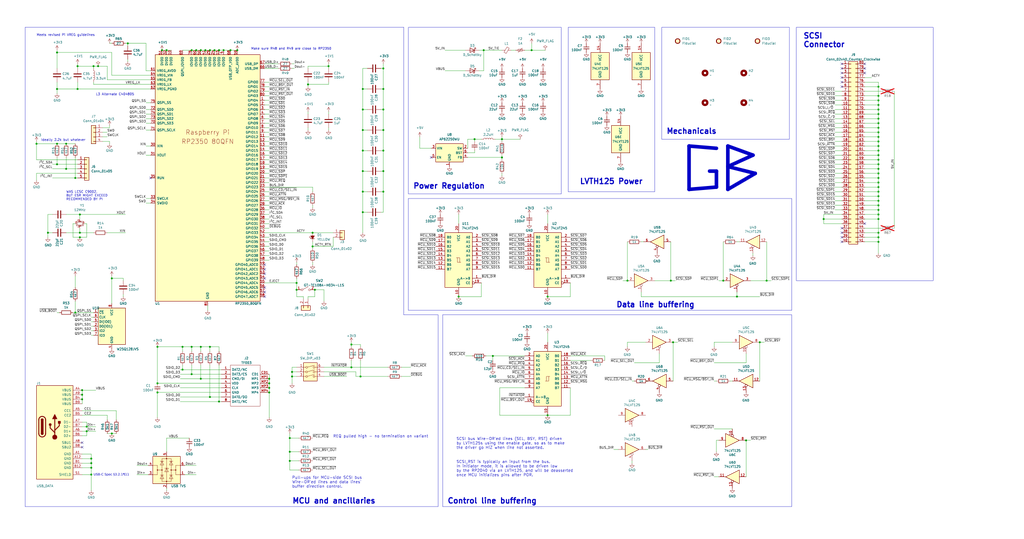
<source format=kicad_sch>
(kicad_sch (version 20230121) (generator eeschema)
  (paper "User" 570.001 299.999)
  (title_block (title "GBSCSI 2 Wide") (date "2025-03-08") (rev "0.1.1") (comment 1 "Drawn by; George Rudolf Mezzomo") (comment 2 "GBSCSI model 2, HD68W header, 3.5\" form factor compatible, discrete RP2350"))
  (junction (at 109.22 27.94))
  (junction (at 488.95 116.84))
  (junction (at 415.29 245.11))
  (junction (at 101.6 205.74))
  (junction (at 162.56 209.55))
  (junction (at 106.68 193.04))
  (junction (at 201.93 106.68))
  (junction (at 62.23 241.3))
  (junction (at 195.58 191.77))
  (junction (at 201.93 83.82))
  (junction (at 106.68 208.28))
  (junction (at 488.95 73.66))
  (junction (at 488.95 109.22))
  (junction (at 50.8 257.81))
  (junction (at 488.95 114.3))
  (junction (at 121.92 223.52))
  (junction (at 201.93 72.39))
  (junction (at 488.95 88.9))
  (junction (at 488.95 119.38))
  (junction (at 213.36 106.68))
  (junction (at 488.95 106.68))
  (junction (at 175.26 161.29))
  (junction (at 279.4 87.63))
  (junction (at 182.88 36.83))
  (junction (at 295.91 27.94))
  (junction (at 161.29 243.84))
  (junction (at 269.24 27.94))
  (junction (at 44.45 119.38))
  (junction (at 165.1 157.48))
  (junction (at 50.8 260.35))
  (junction (at 488.95 132.08))
  (junction (at 201.93 60.96))
  (junction (at 213.36 83.82))
  (junction (at 213.36 38.1))
  (junction (at 488.95 96.52))
  (junction (at 45.72 222.25))
  (junction (at 195.58 204.47))
  (junction (at 374.65 190.5))
  (junction (at 111.76 210.82))
  (junction (at 71.12 24.13))
  (junction (at 92.71 27.94))
  (junction (at 87.63 218.44))
  (junction (at 488.95 129.54))
  (junction (at 149.86 215.9))
  (junction (at 20.32 80.01))
  (junction (at 213.36 72.39))
  (junction (at 101.6 193.04))
  (junction (at 161.29 256.54))
  (junction (at 402.59 156.21))
  (junction (at 45.72 219.71))
  (junction (at 41.91 99.06))
  (junction (at 149.86 213.36))
  (junction (at 48.26 240.03) (diameter 0.9144))
  (junction (at 43.18 49.53))
  (junction (at 488.95 83.82))
  (junction (at 349.25 156.21))
  (junction (at 173.99 129.54))
  (junction (at 50.8 255.27))
  (junction (at 488.95 71.12))
  (junction (at 488.95 66.04))
  (junction (at 488.95 78.74))
  (junction (at 458.47 121.92))
  (junction (at 50.8 264.16))
  (junction (at 31.75 80.01))
  (junction (at 132.08 27.94))
  (junction (at 488.95 60.96))
  (junction (at 173.99 137.16))
  (junction (at 44.45 129.54))
  (junction (at 149.86 210.82))
  (junction (at 161.29 251.46))
  (junction (at 488.95 81.28))
  (junction (at 31.75 91.44))
  (junction (at 149.86 218.44))
  (junction (at 304.8 165.1))
  (junction (at 488.95 101.6))
  (junction (at 255.27 165.1))
  (junction (at 45.72 217.17))
  (junction (at 201.93 49.53))
  (junction (at 488.95 58.42))
  (junction (at 213.36 95.25))
  (junction (at 213.36 49.53))
  (junction (at 41.91 173.99))
  (junction (at 488.95 53.34))
  (junction (at 274.32 198.12))
  (junction (at 488.95 111.76))
  (junction (at 44.45 132.08))
  (junction (at 43.18 36.83))
  (junction (at 373.38 156.21))
  (junction (at 121.92 27.94))
  (junction (at 488.95 104.14))
  (junction (at 201.93 95.25))
  (junction (at 90.17 27.94))
  (junction (at 488.95 48.26))
  (junction (at 124.46 27.94))
  (junction (at 111.76 193.04))
  (junction (at 426.72 156.21))
  (junction (at 31.75 49.53))
  (junction (at 114.3 27.94))
  (junction (at 488.95 93.98))
  (junction (at 201.93 118.11))
  (junction (at 304.8 231.14))
  (junction (at 119.38 27.94))
  (junction (at 116.84 27.94))
  (junction (at 264.16 77.47))
  (junction (at 62.23 154.94))
  (junction (at 36.83 93.98))
  (junction (at 116.84 193.04))
  (junction (at 422.91 190.5))
  (junction (at 52.07 36.83))
  (junction (at 410.21 165.1))
  (junction (at 488.95 76.2))
  (junction (at 488.95 121.92))
  (junction (at 171.45 46.99))
  (junction (at 106.68 27.94))
  (junction (at 488.95 55.88))
  (junction (at 26.67 129.54))
  (junction (at 488.95 99.06))
  (junction (at 162.56 207.01))
  (junction (at 116.84 220.98))
  (junction (at 488.95 91.44))
  (junction (at 87.63 213.36))
  (junction (at 111.76 27.94))
  (junction (at 279.4 77.47))
  (junction (at 488.95 68.58))
  (junction (at 36.83 80.01))
  (junction (at 213.36 60.96))
  (junction (at 54.61 36.83))
  (junction (at 200.66 209.55))
  (junction (at 48.26 237.49) (diameter 0.9144))
  (junction (at 87.63 193.04))
  (junction (at 165.1 161.29))
  (junction (at 488.95 134.62))
  (junction (at 128.27 27.94))
  (junction (at 488.95 63.5))
  (junction (at 31.75 29.21))
  (junction (at 488.95 86.36))
  (no_connect (at 83.82 99.06))
  (no_connect (at 45.72 248.92))
  (no_connect (at 481.33 124.46))
  (no_connect (at 468.63 43.18))
  (no_connect (at 147.32 165.1))
  (no_connect (at 147.32 160.02))
  (no_connect (at 468.63 45.72))
  (no_connect (at 468.63 129.54))
  (no_connect (at 468.63 35.56))
  (no_connect (at 468.63 38.1))
  (no_connect (at 240.03 87.63))
  (no_connect (at 147.32 154.94))
  (no_connect (at 468.63 40.64))
  (no_connect (at 468.63 134.62))
  (no_connect (at 468.63 132.08))
  (no_connect (at 147.32 162.56))
  (no_connect (at 481.33 35.56))
  (no_connect (at 481.33 40.64))
  (no_connect (at 147.32 147.32))
  (no_connect (at 147.32 152.4))
  (no_connect (at 468.63 127))
  (no_connect (at 481.33 38.1))
  (no_connect (at 45.72 246.38))
  (no_connect (at 468.63 48.26))
  (no_connect (at 147.32 149.86))
  (wire (pts (xy 57.15 78.74) (xy 60.96 78.74)))
  (wire (pts (xy 149.86 60.96) (xy 147.32 60.96)))
  (wire (pts (xy 204.47 106.68) (xy 201.93 106.68)))
  (wire (pts (xy 201.93 95.25) (xy 201.93 106.68)))
  (wire (pts (xy 36.83 87.63) (xy 36.83 93.98)))
  (wire (pts (xy 149.86 50.8) (xy 147.32 50.8)))
  (wire (pts (xy 26.67 129.54) (xy 26.67 132.08)))
  (wire (pts (xy 279.4 76.2) (xy 279.4 77.47)))
  (wire (pts (xy 87.63 193.04) (xy 101.6 193.04)))
  (wire (pts (xy 62.23 41.91) (xy 83.82 41.91)))
  (wire (pts (xy 195.58 204.47) (xy 215.9 204.47)))
  (wire (pts (xy 81.28 24.13) (xy 81.28 39.37)))
  (wire (pts (xy 41.91 153.67) (xy 41.91 160.02)))
  (wire (pts (xy 488.95 106.68) (xy 488.95 109.22)))
  (wire (pts (xy 201.93 118.11) (xy 201.93 129.54)))
  (wire (pts (xy 105.41 243.84) (xy 92.71 243.84)))
  (wire (pts (xy 149.86 132.08) (xy 147.32 132.08)))
  (wire (pts (xy 83.82 72.39) (xy 81.28 72.39)))
  (wire (pts (xy 106.68 193.04) (xy 101.6 193.04)))
  (wire (pts (xy 488.95 101.6) (xy 488.95 104.14)))
  (wire (pts (xy 90.17 27.94) (xy 92.71 27.94)))
  (wire (pts (xy 274.32 198.12) (xy 292.1 198.12)))
  (wire (pts (xy 278.13 215.9) (xy 278.13 231.14)))
  (wire (pts (xy 100.33 208.28) (xy 106.68 208.28)))
  (wire (pts (xy 100.33 220.98) (xy 116.84 220.98)))
  (wire (pts (xy 50.8 260.35) (xy 50.8 264.16)))
  (wire (pts (xy 123.19 218.44) (xy 87.63 218.44)))
  (wire (pts (xy 481.33 73.66) (xy 488.95 73.66)))
  (wire (pts (xy 201.93 83.82) (xy 201.93 72.39)))
  (wire (pts (xy 147.32 35.56) (xy 154.94 35.56)))
  (wire (pts (xy 166.37 256.54) (xy 161.29 256.54)))
  (wire (pts (xy 464.82 83.82) (xy 468.63 83.82)))
  (wire (pts (xy 402.59 134.62) (xy 402.59 156.21)))
  (wire (pts (xy 397.51 212.09) (xy 398.78 212.09)))
  (polyline (pts (xy 243.84 281.94) (xy 243.84 175.26)))
  (wire (pts (xy 62.23 154.94) (xy 62.23 168.91)))
  (wire (pts (xy 481.33 93.98) (xy 488.95 93.98)))
  (wire (pts (xy 317.5 231.14) (xy 317.5 215.9)))
  (wire (pts (xy 46.99 124.46) (xy 48.26 124.46)))
  (wire (pts (xy 464.82 60.96) (xy 468.63 60.96)))
  (polyline (pts (xy 440.69 281.94) (xy 440.69 175.26)))
  (wire (pts (xy 162.56 209.55) (xy 165.1 209.55)))
  (wire (pts (xy 213.36 83.82) (xy 213.36 95.25)))
  (wire (pts (xy 488.95 93.98) (xy 488.95 96.52)))
  (wire (pts (xy 111.76 193.04) (xy 106.68 193.04)))
  (wire (pts (xy 165.1 146.05) (xy 165.1 147.32)))
  (wire (pts (xy 304.8 185.42) (xy 304.8 190.5)))
  (wire (pts (xy 377.19 190.5) (xy 374.65 190.5)))
  (wire (pts (xy 36.83 119.38) (xy 44.45 119.38)))
  (wire (pts (xy 464.82 99.06) (xy 468.63 99.06)))
  (wire (pts (xy 269.24 39.37) (xy 266.7 39.37)))
  (wire (pts (xy 464.82 109.22) (xy 468.63 109.22)))
  (polyline (pts (xy 224.79 175.26) (xy 224.79 15.24)))
  (wire (pts (xy 488.95 96.52) (xy 488.95 99.06)))
  (wire (pts (xy 109.22 264.16) (xy 102.87 264.16)))
  (wire (pts (xy 180.34 207.01) (xy 198.12 207.01)))
  (wire (pts (xy 43.18 36.83) (xy 52.07 36.83)))
  (wire (pts (xy 171.45 36.83) (xy 182.88 36.83)))
  (wire (pts (xy 147.32 157.48) (xy 165.1 157.48)))
  (wire (pts (xy 464.82 50.8) (xy 468.63 50.8)))
  (wire (pts (xy 173.99 134.62) (xy 173.99 137.16)))
  (wire (pts (xy 149.86 63.5) (xy 147.32 63.5)))
  (wire (pts (xy 81.28 63.5) (xy 83.82 63.5)))
  (wire (pts (xy 109.22 259.08) (xy 102.87 259.08)))
  (wire (pts (xy 171.45 71.12) (xy 171.45 72.39)))
  (wire (pts (xy 100.33 210.82) (xy 111.76 210.82)))
  (wire (pts (xy 481.33 99.06) (xy 488.95 99.06)))
  (wire (pts (xy 464.82 93.98) (xy 468.63 93.98)))
  (wire (pts (xy 267.97 165.1) (xy 255.27 165.1)))
  (wire (pts (xy 180.34 161.29) (xy 180.34 167.64)))
  (wire (pts (xy 198.12 207.01) (xy 198.12 209.55)))
  (wire (pts (xy 83.82 57.15) (xy 81.28 57.15)))
  (wire (pts (xy 29.21 119.38) (xy 26.67 119.38)))
  (wire (pts (xy 173.99 137.16) (xy 173.99 138.43)))
  (wire (pts (xy 121.92 193.04) (xy 121.92 195.58)))
  (wire (pts (xy 149.86 81.28) (xy 147.32 81.28)))
  (wire (pts (xy 111.76 210.82) (xy 123.19 210.82)))
  (wire (pts (xy 60.96 71.12) (xy 60.96 69.85)))
  (wire (pts (xy 162.56 207.01) (xy 162.56 209.55)))
  (wire (pts (xy 317.5 198.12) (xy 336.55 198.12)))
  (wire (pts (xy 182.88 46.99) (xy 182.88 45.72)))
  (wire (pts (xy 161.29 256.54) (xy 161.29 251.46)))
  (wire (pts (xy 419.1 142.24) (xy 419.1 140.97)))
  (wire (pts (xy 36.83 93.98) (xy 43.18 93.98)))
  (wire (pts (xy 43.18 45.72) (xy 43.18 49.53)))
  (wire (pts (xy 149.86 106.68) (xy 147.32 106.68)))
  (wire (pts (xy 165.1 161.29) (xy 165.1 165.1)))
  (wire (pts (xy 488.95 132.08) (xy 488.95 134.62)))
  (polyline (pts (xy 420.37 96.52) (xy 405.13 92.71)) (stroke (width 2)))
  (wire (pts (xy 481.33 68.58) (xy 488.95 68.58)))
  (wire (pts (xy 341.63 250.19) (xy 344.17 250.19)))
  (wire (pts (xy 41.91 167.64) (xy 41.91 173.99)))
  (wire (pts (xy 264.16 77.47) (xy 264.16 78.74)))
  (wire (pts (xy 488.95 114.3) (xy 488.95 116.84)))
  (wire (pts (xy 149.86 142.24) (xy 147.32 142.24)))
  (wire (pts (xy 240.03 82.55) (xy 233.68 82.55)))
  (wire (pts (xy 488.95 73.66) (xy 488.95 76.2)))
  (wire (pts (xy 397.51 201.93) (xy 415.29 201.93)))
  (wire (pts (xy 64.77 228.6) (xy 45.72 228.6)))
  (wire (pts (xy 29.21 93.98) (xy 36.83 93.98)))
  (polyline (pts (xy 440.69 110.49) (xy 227.33 110.49)))
  (wire (pts (xy 213.36 49.53) (xy 213.36 60.96)))
  (wire (pts (xy 464.82 71.12) (xy 468.63 71.12)))
  (wire (pts (xy 128.27 27.94) (xy 132.08 27.94)))
  (wire (pts (xy 488.95 119.38) (xy 488.95 121.92)))
  (wire (pts (xy 71.12 24.13) (xy 71.12 25.4)))
  (wire (pts (xy 173.99 137.16) (xy 185.42 137.16)))
  (wire (pts (xy 101.6 205.74) (xy 123.19 205.74)))
  (wire (pts (xy 20.32 80.01) (xy 20.32 88.9)))
  (wire (pts (xy 48.26 240.03) (xy 48.26 242.57)))
  (wire (pts (xy 173.99 129.54) (xy 185.42 129.54)))
  (wire (pts (xy 92.71 243.84) (xy 92.71 251.46)))
  (wire (pts (xy 247.65 27.94) (xy 259.08 27.94)))
  (wire (pts (xy 45.72 234.95) (xy 48.26 234.95)))
  (wire (pts (xy 468.63 124.46) (xy 458.47 124.46)))
  (wire (pts (xy 289.56 77.47) (xy 279.4 77.47)))
  (wire (pts (xy 162.56 209.55) (xy 162.56 213.36)))
  (wire (pts (xy 284.48 27.94) (xy 287.02 27.94)))
  (polyline (pts (xy 383.54 81.28) (xy 383.54 105.41)) (stroke (width 2)))
  (wire (pts (xy 149.86 55.88) (xy 147.32 55.88)))
  (wire (pts (xy 398.78 245.11) (xy 398.78 251.46)))
  (wire (pts (xy 266.7 27.94) (xy 269.24 27.94)))
  (wire (pts (xy 264.16 77.47) (xy 267.97 77.47)))
  (wire (pts (xy 36.83 80.01) (xy 41.91 80.01)))
  (polyline (pts (xy 405.13 105.41) (xy 420.37 96.52)) (stroke (width 2)))
  (wire (pts (xy 269.24 27.94) (xy 269.24 39.37)))
  (wire (pts (xy 116.84 27.94) (xy 119.38 27.94)))
  (wire (pts (xy 275.59 77.47) (xy 279.4 77.47)))
  (wire (pts (xy 52.07 181.61) (xy 50.8 181.61)))
  (wire (pts (xy 204.47 83.82) (xy 201.93 83.82)))
  (wire (pts (xy 303.53 27.94) (xy 295.91 27.94)))
  (wire (pts (xy 351.79 257.81) (xy 351.79 256.54)))
  (wire (pts (xy 171.45 38.1) (xy 171.45 36.83)))
  (wire (pts (xy 397.51 265.43) (xy 400.05 265.43)))
  (wire (pts (xy 464.82 106.68) (xy 468.63 106.68)))
  (wire (pts (xy 147.32 129.54) (xy 173.99 129.54)))
  (polyline (pts (xy 398.78 82.55) (xy 383.54 81.28)) (stroke (width 2)))
  (wire (pts (xy 260.35 87.63) (xy 279.4 87.63)))
  (wire (pts (xy 36.83 129.54) (xy 44.45 129.54)))
  (wire (pts (xy 106.68 203.2) (xy 106.68 208.28)))
  (wire (pts (xy 488.95 60.96) (xy 488.95 63.5)))
  (wire (pts (xy 228.6 209.55) (xy 223.52 209.55)))
  (wire (pts (xy 111.76 27.94) (xy 114.3 27.94)))
  (wire (pts (xy 149.86 96.52) (xy 147.32 96.52)))
  (wire (pts (xy 149.86 101.6) (xy 147.32 101.6)))
  (wire (pts (xy 87.63 213.36) (xy 87.63 193.04)))
  (wire (pts (xy 488.95 76.2) (xy 488.95 78.74)))
  (wire (pts (xy 100.33 205.74) (xy 101.6 205.74)))
  (wire (pts (xy 497.84 127) (xy 497.84 50.8)))
  (wire (pts (xy 212.09 72.39) (xy 213.36 72.39)))
  (wire (pts (xy 270.51 198.12) (xy 274.32 198.12)))
  (wire (pts (xy 415.29 245.11) (xy 415.29 265.43)))
  (wire (pts (xy 213.36 35.56) (xy 213.36 38.1)))
  (wire (pts (xy 100.33 215.9) (xy 123.19 215.9)))
  (wire (pts (xy 48.26 242.57) (xy 45.72 242.57)))
  (polyline (pts (xy 405.13 81.28) (xy 419.1 86.36)) (stroke (width 2)))
  (wire (pts (xy 149.86 83.82) (xy 147.32 83.82)))
  (wire (pts (xy 44.45 129.54) (xy 52.07 129.54)))
  (polyline (pts (xy 13.97 15.24) (xy 224.79 15.24)))
  (wire (pts (xy 162.56 35.56) (xy 163.83 35.56)))
  (wire (pts (xy 50.8 257.81) (xy 50.8 260.35)))
  (wire (pts (xy 149.86 127) (xy 147.32 127)))
  (wire (pts (xy 349.25 190.5) (xy 349.25 193.04)))
  (wire (pts (xy 111.76 203.2) (xy 111.76 210.82)))
  (wire (pts (xy 41.91 87.63) (xy 41.91 99.06)))
  (wire (pts (xy 173.99 146.05) (xy 173.99 147.32)))
  (polyline (pts (xy 440.69 172.72) (xy 440.69 110.49)))
  (polyline (pts (xy 246.38 175.26) (xy 440.69 175.26)))
  (wire (pts (xy 100.33 223.52) (xy 121.92 223.52)))
  (wire (pts (xy 149.86 109.22) (xy 147.32 109.22)))
  (wire (pts (xy 165.1 204.47) (xy 162.56 204.47)))
  (wire (pts (xy 247.65 39.37) (xy 259.08 39.37)))
  (wire (pts (xy 45.72 224.79) (xy 45.72 222.25)))
  (wire (pts (xy 488.95 81.28) (xy 488.95 83.82)))
  (polyline (pts (xy 227.33 110.49) (xy 227.33 172.72)))
  (wire (pts (xy 464.82 63.5) (xy 468.63 63.5)))
  (wire (pts (xy 279.4 96.52) (xy 279.4 97.79)))
  (wire (pts (xy 481.33 109.22) (xy 488.95 109.22)))
  (wire (pts (xy 101.6 203.2) (xy 101.6 205.74)))
  (wire (pts (xy 50.8 264.16) (xy 50.8 273.05)))
  (wire (pts (xy 149.86 121.92) (xy 147.32 121.92)))
  (wire (pts (xy 50.8 252.73) (xy 50.8 255.27)))
  (wire (pts (xy 488.95 53.34) (xy 488.95 55.88)))
  (wire (pts (xy 44.45 119.38) (xy 44.45 121.92)))
  (wire (pts (xy 279.4 87.63) (xy 279.4 88.9)))
  (wire (pts (xy 45.72 252.73) (xy 50.8 252.73)))
  (wire (pts (xy 149.86 91.44) (xy 147.32 91.44)))
  (wire (pts (xy 349.25 190.5) (xy 359.41 190.5)))
  (wire (pts (xy 274.32 200.66) (xy 274.32 198.12)))
  (wire (pts (xy 481.33 129.54) (xy 488.95 129.54)))
  (wire (pts (xy 233.68 82.55) (xy 233.68 76.2)))
  (wire (pts (xy 82.55 264.16) (xy 76.2 264.16)))
  (wire (pts (xy 488.95 109.22) (xy 488.95 111.76)))
  (wire (pts (xy 48.26 124.46) (xy 48.26 132.08)))
  (polyline (pts (xy 405.13 81.28) (xy 405.13 105.41)) (stroke (width 2)))
  (wire (pts (xy 82.55 259.08) (xy 76.2 259.08)))
  (wire (pts (xy 64.77 233.68) (xy 64.77 228.6)))
  (wire (pts (xy 182.88 71.12) (xy 182.88 72.39)))
  (wire (pts (xy 406.4 212.09) (xy 407.67 212.09)))
  (wire (pts (xy 464.82 96.52) (xy 468.63 96.52)))
  (wire (pts (xy 149.86 111.76) (xy 147.32 111.76)))
  (wire (pts (xy 20.32 80.01) (xy 31.75 80.01)))
  (wire (pts (xy 149.86 99.06) (xy 147.32 99.06)))
  (wire (pts (xy 264.16 77.47) (xy 260.35 77.47)))
  (wire (pts (xy 121.92 27.94) (xy 124.46 27.94)))
  (wire (pts (xy 260.35 85.09) (xy 264.16 85.09)))
  (wire (pts (xy 161.29 243.84) (xy 166.37 243.84)))
  (wire (pts (xy 81.28 60.96) (xy 83.82 60.96)))
  (wire (pts (xy 278.13 231.14) (xy 304.8 231.14)))
  (wire (pts (xy 481.33 116.84) (xy 488.95 116.84)))
  (wire (pts (xy 71.12 34.29) (xy 71.12 33.02)))
  (wire (pts (xy 171.45 46.99) (xy 182.88 46.99)))
  (wire (pts (xy 62.23 153.67) (xy 62.23 154.94)))
  (wire (pts (xy 149.86 48.26) (xy 147.32 48.26)))
  (wire (pts (xy 200.66 193.04) (xy 200.66 191.77)))
  (wire (pts (xy 116.84 193.04) (xy 121.92 193.04)))
  (wire (pts (xy 149.86 215.9) (xy 149.86 218.44)))
  (wire (pts (xy 149.86 119.38) (xy 147.32 119.38)))
  (wire (pts (xy 195.58 190.5) (xy 195.58 191.77)))
  (wire (pts (xy 48.26 237.49) (xy 45.72 237.49)))
  (wire (pts (xy 260.35 77.47) (xy 260.35 82.55)))
  (wire (pts (xy 417.83 156.21) (xy 426.72 156.21)))
  (wire (pts (xy 360.68 250.19) (xy 359.41 250.19)))
  (wire (pts (xy 426.72 156.21) (xy 426.72 134.62)))
  (wire (pts (xy 422.91 190.5) (xy 422.91 212.09)))
  (wire (pts (xy 180.34 209.55) (xy 193.04 209.55)))
  (wire (pts (xy 464.82 53.34) (xy 468.63 53.34)))
  (wire (pts (xy 464.82 58.42) (xy 468.63 58.42)))
  (wire (pts (xy 212.09 106.68) (xy 213.36 106.68)))
  (wire (pts (xy 111.76 193.04) (xy 116.84 193.04)))
  (wire (pts (xy 481.33 81.28) (xy 488.95 81.28)))
  (wire (pts (xy 292.1 215.9) (xy 278.13 215.9)))
  (wire (pts (xy 481.33 127) (xy 490.22 127)))
  (wire (pts (xy 92.71 271.78) (xy 92.71 273.05)))
  (wire (pts (xy 468.63 78.74) (xy 464.82 78.74)))
  (wire (pts (xy 171.45 45.72) (xy 171.45 46.99)))
  (wire (pts (xy 488.95 45.72) (xy 488.95 48.26)))
  (wire (pts (xy 464.82 76.2) (xy 468.63 76.2)))
  (wire (pts (xy 31.75 80.01) (xy 36.83 80.01)))
  (wire (pts (xy 62.23 241.3) (xy 59.69 241.3)))
  (wire (pts (xy 114.3 27.94) (xy 116.84 27.94)))
  (wire (pts (xy 481.33 91.44) (xy 488.95 91.44)))
  (wire (pts (xy 292.1 27.94) (xy 295.91 27.94)))
  (wire (pts (xy 481.33 55.88) (xy 488.95 55.88)))
  (wire (pts (xy 488.95 78.74) (xy 488.95 81.28)))
  (wire (pts (xy 53.34 217.17) (xy 45.72 217.17)))
  (wire (pts (xy 464.82 104.14) (xy 468.63 104.14)))
  (wire (pts (xy 180.34 204.47) (xy 195.58 204.47)))
  (wire (pts (xy 68.58 154.94) (xy 62.23 154.94)))
  (wire (pts (xy 149.86 73.66) (xy 147.32 73.66)))
  (wire (pts (xy 212.09 118.11) (xy 213.36 118.11)))
  (polyline (pts (xy 419.1 86.36) (xy 419.1 86.36)) (stroke (width 2)))
  (wire (pts (xy 83.82 110.49) (xy 81.28 110.49)))
  (wire (pts (xy 45.72 260.35) (xy 50.8 260.35)))
  (wire (pts (xy 400.05 156.21) (xy 402.59 156.21)))
  (wire (pts (xy 166.37 261.62) (xy 161.29 261.62)))
  (wire (pts (xy 212.09 83.82) (xy 213.36 83.82)))
  (wire (pts (xy 204.47 49.53) (xy 201.93 49.53)))
  (wire (pts (xy 481.33 48.26) (xy 488.95 48.26)))
  (wire (pts (xy 204.47 60.96) (xy 201.93 60.96)))
  (wire (pts (xy 195.58 191.77) (xy 200.66 191.77)))
  (wire (pts (xy 360.68 212.09) (xy 359.41 212.09)))
  (wire (pts (xy 83.82 113.03) (xy 81.28 113.03)))
  (wire (pts (xy 40.64 132.08) (xy 40.64 124.46)))
  (wire (pts (xy 468.63 119.38) (xy 458.47 119.38)))
  (wire (pts (xy 464.82 101.6) (xy 468.63 101.6)))
  (wire (pts (xy 464.82 88.9) (xy 468.63 88.9)))
  (wire (pts (xy 259.08 198.12) (xy 262.89 198.12)))
  (wire (pts (xy 173.99 115.57) (xy 173.99 114.3)))
  (wire (pts (xy 149.86 88.9) (xy 147.32 88.9)))
  (wire (pts (xy 168.91 165.1) (xy 168.91 166.37)))
  (wire (pts (xy 364.49 156.21) (xy 373.38 156.21)))
  (wire (pts (xy 40.64 124.46) (xy 41.91 124.46)))
  (wire (pts (xy 52.07 36.83) (xy 52.07 38.1)))
  (wire (pts (xy 488.95 55.88) (xy 488.95 58.42)))
  (wire (pts (xy 488.95 88.9) (xy 488.95 91.44)))
  (wire (pts (xy 45.72 255.27) (xy 50.8 255.27)))
  (wire (pts (xy 185.42 132.08) (xy 185.42 137.16)))
  (wire (pts (xy 149.86 58.42) (xy 147.32 58.42)))
  (wire (pts (xy 149.86 71.12) (xy 147.32 71.12)))
  (wire (pts (xy 149.86 213.36) (xy 149.86 215.9)))
  (wire (pts (xy 200.66 200.66) (xy 200.66 209.55)))
  (wire (pts (xy 116.84 193.04) (xy 116.84 195.58)))
  (wire (pts (xy 162.56 204.47) (xy 162.56 207.01)))
  (wire (pts (xy 213.36 38.1) (xy 213.36 49.53)))
  (wire (pts (xy 106.68 27.94) (xy 109.22 27.94)))
  (polyline (pts (xy 246.38 175.26) (xy 246.38 281.94)))
  (wire (pts (xy 410.21 165.1) (xy 356.87 165.1)))
  (wire (pts (xy 45.72 264.16) (xy 50.8 264.16)))
  (wire (pts (xy 31.75 29.21) (xy 31.75 38.1)))
  (wire (pts (xy 116.84 203.2) (xy 116.84 220.98)))
  (wire (pts (xy 101.6 193.04) (xy 101.6 195.58)))
  (wire (pts (xy 212.09 49.53) (xy 213.36 49.53)))
  (wire (pts (xy 488.95 91.44) (xy 488.95 93.98)))
  (wire (pts (xy 149.86 76.2) (xy 147.32 76.2)))
  (wire (pts (xy 464.82 111.76) (xy 468.63 111.76)))
  (wire (pts (xy 31.75 49.53) (xy 43.18 49.53)))
  (wire (pts (xy 165.1 161.29) (xy 165.1 157.48)))
  (wire (pts (xy 481.33 45.72) (xy 488.95 45.72)))
  (wire (pts (xy 149.86 208.28) (xy 149.86 210.82)))
  (polyline (pts (xy 227.33 172.72) (xy 440.69 172.72)))
  (wire (pts (xy 166.37 251.46) (xy 161.29 251.46)))
  (wire (pts (xy 31.75 91.44) (xy 43.18 91.44)))
  (wire (pts (xy 149.86 144.78) (xy 147.32 144.78)))
  (wire (pts (xy 374.65 190.5) (xy 374.65 212.09)))
  (wire (pts (xy 101.6 27.94) (xy 106.68 27.94)))
  (wire (pts (xy 43.18 38.1) (xy 43.18 36.83)))
  (wire (pts (xy 485.14 43.18) (xy 481.33 43.18)))
  (wire (pts (xy 45.72 219.71) (xy 45.72 217.17)))
  (wire (pts (xy 213.36 72.39) (xy 213.36 83.82)))
  (wire (pts (xy 59.69 129.54) (xy 69.85 129.54)))
  (wire (pts (xy 304.8 231.14) (xy 317.5 231.14)))
  (wire (pts (xy 81.28 39.37) (xy 83.82 39.37)))
  (wire (pts (xy 161.29 243.84) (xy 161.29 251.46)))
  (wire (pts (xy 44.45 119.38) (xy 69.85 119.38)))
  (wire (pts (xy 397.51 190.5) (xy 397.51 193.04)))
  (wire (pts (xy 213.36 106.68) (xy 213.36 118.11)))
  (wire (pts (xy 149.86 86.36) (xy 147.32 86.36)))
  (wire (pts (xy 481.33 50.8) (xy 490.22 50.8)))
  (wire (pts (xy 161.29 261.62) (xy 161.29 256.54)))
  (wire (pts (xy 198.12 209.55) (xy 200.66 209.55)))
  (polyline (pts (xy 405.13 92.71) (xy 405.13 92.71)) (stroke (width 2)))
  (wire (pts (xy 295.91 27.94) (xy 295.91 24.13)))
  (wire (pts (xy 195.58 200.66) (xy 195.58 204.47)))
  (wire (pts (xy 20.32 96.52) (xy 43.18 96.52)))
  (polyline (pts (xy 420.37 96.52) (xy 420.37 96.52)) (stroke (width 2)))
  (wire (pts (xy 481.33 119.38) (xy 488.95 119.38)))
  (wire (pts (xy 417.83 245.11) (xy 415.29 245.11)))
  (wire (pts (xy 464.82 114.3) (xy 468.63 114.3)))
  (wire (pts (xy 425.45 190.5) (xy 422.91 190.5)))
  (wire (pts (xy 464.82 68.58) (xy 468.63 68.58)))
  (wire (pts (xy 175.26 161.29) (xy 175.26 165.1)))
  (polyline (pts (xy 243.84 175.26) (xy 224.79 175.26)))
  (wire (pts (xy 346.71 156.21) (xy 349.25 156.21)))
  (wire (pts (xy 57.15 73.66) (xy 59.69 73.66)))
  (wire (pts (xy 397.51 238.76) (xy 407.67 238.76)))
  (wire (pts (xy 81.28 81.28) (xy 83.82 81.28)))
  (wire (pts (xy 464.82 66.04) (xy 468.63 66.04)))
  (wire (pts (xy 161.29 241.3) (xy 161.29 243.84)))
  (wire (pts (xy 60.96 24.13) (xy 62.23 24.13)))
  (wire (pts (xy 356.87 134.62) (xy 358.14 134.62)))
  (wire (pts (xy 336.55 200.66) (xy 336.55 198.12)))
  (wire (pts (xy 481.33 60.96) (xy 488.95 60.96)))
  (wire (pts (xy 149.86 218.44) (xy 149.86 232.41)))
  (wire (pts (xy 213.36 60.96) (xy 213.36 72.39)))
  (wire (pts (xy 60.96 78.74) (xy 60.96 80.01)))
  (polyline (pts (xy 13.97 281.94) (xy 243.84 281.94)))
  (wire (pts (xy 201.93 72.39) (xy 201.93 60.96)))
  (wire (pts (xy 204.47 118.11) (xy 201.93 118.11)))
  (wire (pts (xy 83.82 86.36) (xy 81.28 86.36)))
  (wire (pts (xy 43.18 49.53) (xy 83.82 49.53)))
  (wire (pts (xy 317.5 157.48) (xy 317.5 165.1)))
  (wire (pts (xy 68.58 163.83) (xy 68.58 165.1)))
  (wire (pts (xy 481.33 114.3) (xy 488.95 114.3)))
  (wire (pts (xy 171.45 63.5) (xy 171.45 62.23)))
  (wire (pts (xy 488.95 111.76) (xy 488.95 114.3)))
  (wire (pts (xy 279.4 86.36) (xy 279.4 87.63)))
  (wire (pts (xy 481.33 53.34) (xy 488.95 53.34)))
  (wire (pts (xy 481.33 76.2) (xy 488.95 76.2)))
  (wire (pts (xy 182.88 35.56) (xy 182.88 36.83)))
  (wire (pts (xy 195.58 191.77) (xy 195.58 193.04)))
  (wire (pts (xy 488.95 140.97) (xy 488.95 134.62)))
  (wire (pts (xy 255.27 119.38) (xy 255.27 124.46)))
  (wire (pts (xy 52.07 46.99) (xy 52.07 45.72)))
  (wire (pts (xy 407.67 190.5) (xy 397.51 190.5)))
  (wire (pts (xy 149.86 210.82) (xy 149.86 213.36)))
  (wire (pts (xy 31.75 87.63) (xy 31.75 91.44)))
  (wire (pts (xy 468.63 81.28) (xy 464.82 81.28)))
  (polyline (pts (xy 394.97 95.25) (xy 398.78 95.25)) (stroke (width 2)))
  (wire (pts (xy 429.26 156.21) (xy 426.72 156.21)))
  (wire (pts (xy 458.47 124.46) (xy 458.47 121.92)))
  (wire (pts (xy 488.95 71.12) (xy 488.95 73.66)))
  (wire (pts (xy 31.75 27.94) (xy 31.75 29.21)))
  (wire (pts (xy 149.86 53.34) (xy 147.32 53.34)))
  (wire (pts (xy 373.38 134.62) (xy 373.38 156.21)))
  (wire (pts (xy 351.79 212.09) (xy 353.06 212.09)))
  (wire (pts (xy 212.09 60.96) (xy 213.36 60.96)))
  (polyline (pts (xy 405.13 92.71) (xy 419.1 86.36)) (stroke (width 2)))
  (polyline (pts (xy 13.97 281.94) (xy 13.97 15.24)))
  (wire (pts (xy 59.69 233.68) (xy 59.69 231.14)))
  (wire (pts (xy 481.33 96.52) (xy 488.95 96.52)))
  (wire (pts (xy 481.33 66.04) (xy 488.95 66.04)))
  (wire (pts (xy 415.29 201.93) (xy 415.29 196.85)))
  (wire (pts (xy 20.32 78.74) (xy 20.32 80.01)))
  (wire (pts (xy 400.05 245.11) (xy 398.78 245.11)))
  (wire (pts (xy 81.28 68.58) (xy 83.82 68.58)))
  (wire (pts (xy 149.86 134.62) (xy 147.32 134.62)))
  (wire (pts (xy 481.33 58.42) (xy 488.95 58.42)))
  (wire (pts (xy 68.58 156.21) (xy 68.58 154.94)))
  (wire (pts (xy 119.38 27.94) (xy 121.92 27.94)))
  (wire (pts (xy 59.69 44.45) (xy 59.69 36.83)))
  (wire (pts (xy 481.33 83.82) (xy 488.95 83.82)))
  (wire (pts (xy 481.33 78.74) (xy 488.95 78.74)))
  (wire (pts (xy 50.8 255.27) (xy 50.8 257.81)))
  (wire (pts (xy 83.82 44.45) (xy 59.69 44.45)))
  (wire (pts (xy 57.15 76.2) (xy 59.69 76.2)))
  (wire (pts (xy 488.95 66.04) (xy 488.95 68.58)))
  (wire (pts (xy 464.82 86.36) (xy 468.63 86.36)))
  (wire (pts (xy 147.32 104.14) (xy 173.99 104.14)))
  (wire (pts (xy 488.95 104.14) (xy 488.95 106.68)))
  (wire (pts (xy 269.24 27.94) (xy 279.4 27.94)))
  (wire (pts (xy 171.45 165.1) (xy 171.45 166.37)))
  (wire (pts (xy 149.86 45.72) (xy 147.32 45.72)))
  (wire (pts (xy 267.97 157.48) (xy 267.97 165.1)))
  (wire (pts (xy 111.76 193.04) (xy 111.76 195.58)))
  (wire (pts (xy 121.92 203.2) (xy 121.92 223.52)))
  (wire (pts (xy 422.91 165.1) (xy 410.21 165.1)))
  (wire (pts (xy 52.07 46.99) (xy 83.82 46.99)))
  (wire (pts (xy 20.32 96.52) (xy 20.32 100.33)))
  (wire (pts (xy 464.82 73.66) (xy 468.63 73.66)))
  (wire (pts (xy 29.21 99.06) (xy 41.91 99.06)))
  (wire (pts (xy 488.95 58.42) (xy 488.95 60.96)))
  (wire (pts (xy 41.91 173.99) (xy 52.07 173.99)))
  (wire (pts (xy 201.93 83.82) (xy 201.93 95.25)))
  (wire (pts (xy 41.91 99.06) (xy 43.18 99.06)))
  (wire (pts (xy 40.64 173.99) (xy 41.91 173.99)))
  (wire (pts (xy 356.87 165.1) (xy 356.87 162.56)))
  (wire (pts (xy 147.32 38.1) (xy 154.94 38.1)))
  (wire (pts (xy 54.61 36.83) (xy 59.69 36.83)))
  (wire (pts (xy 481.33 63.5) (xy 488.95 63.5)))
  (wire (pts (xy 488.95 129.54) (xy 488.95 132.08)))
  (wire (pts (xy 481.33 101.6) (xy 488.95 101.6)))
  (wire (pts (xy 481.33 86.36) (xy 488.95 86.36)))
  (wire (pts (xy 488.95 121.92) (xy 488.95 129.54)))
  (wire (pts (xy 204.47 95.25) (xy 201.93 95.25)))
  (wire (pts (xy 182.88 38.1) (xy 182.88 36.83)))
  (wire (pts (xy 304.8 119.38) (xy 304.8 124.46)))
  (wire (pts (xy 31.75 45.72) (xy 31.75 49.53)))
  (wire (pts (xy 201.93 60.96) (xy 201.93 49.53)))
  (wire (pts (xy 458.47 119.38) (xy 458.47 121.92)))
  (wire (pts (xy 201.93 106.68) (xy 201.93 118.11)))
  (wire (pts (xy 481.33 111.76) (xy 488.95 111.76)))
  (wire (pts (xy 481.33 88.9) (xy 488.95 88.9)))
  (wire (pts (xy 52.07 179.07) (xy 50.8 179.07)))
  (wire (pts (xy 464.82 116.84) (xy 468.63 116.84)))
  (wire (pts (xy 29.21 129.54) (xy 26.67 129.54)))
  (wire (pts (xy 375.92 156.21) (xy 373.38 156.21)))
  (wire (pts (xy 481.33 106.68) (xy 488.95 106.68)))
  (wire (pts (xy 121.92 223.52) (xy 123.19 223.52)))
  (wire (pts (xy 367.03 201.93) (xy 367.03 196.85)))
  (polyline (pts (xy 246.38 281.94) (xy 440.69 281.94)))
  (wire (pts (xy 50.8 176.53) (xy 52.07 176.53)))
  (wire (pts (xy 123.19 213.36) (xy 87.63 213.36)))
  (wire (pts (xy 71.12 24.13) (xy 81.28 24.13)))
  (wire (pts (xy 173.99 104.14) (xy 173.99 106.68)))
  (wire (pts (xy 109.22 27.94) (xy 111.76 27.94)))
  (wire (pts (xy 64.77 241.3) (xy 62.23 241.3)))
  (wire (pts (xy 149.86 124.46) (xy 147.32 124.46)))
  (wire (pts (xy 48.26 240.03) (xy 53.34 240.03)))
  (wire (pts (xy 488.95 68.58) (xy 488.95 71.12)))
  (wire (pts (xy 26.67 119.38) (xy 26.67 129.54)))
  (wire (pts (xy 59.69 231.14) (xy 45.72 231.14)))
  (wire (pts (xy 328.93 200.66) (xy 317.5 200.66)))
  (wire (pts (xy 165.1 154.94) (xy 165.1 157.48)))
  (wire (pts (xy 48.26 234.95) (xy 48.26 237.49)))
  (wire (pts (xy 481.33 121.92) (xy 488.95 121.92)))
  (wire (pts (xy 488.95 83.82) (xy 488.95 86.36)))
  (wire (pts (xy 31.75 29.21) (xy 62.23 29.21)))
  (wire (pts (xy 81.28 66.04) (xy 83.82 66.04)))
  (wire (pts (xy 204.47 72.39) (xy 201.93 72.39)))
  (wire (pts (xy 43.18 35.56) (xy 43.18 36.83)))
  (wire (pts (xy 165.1 165.1) (xy 168.91 165.1)))
  (wire (pts (xy 481.33 132.08) (xy 488.95 132.08)))
  (polyline (pts (xy 383.54 105.41) (xy 398.78 104.14)) (stroke (width 2)))
  (wire (pts (xy 488.95 99.06) (xy 488.95 101.6)))
  (wire (pts (xy 149.86 68.58) (xy 147.32 68.58)))
  (wire (pts (xy 124.46 27.94) (xy 128.27 27.94)))
  (wire (pts (xy 44.45 132.08) (xy 40.64 132.08)))
  (wire (pts (xy 57.15 71.12) (xy 60.96 71.12)))
  (wire (pts (xy 149.86 116.84) (xy 147.32 116.84)))
  (wire (pts (xy 87.63 218.44) (xy 87.63 232.41)))
  (wire (pts (xy 458.47 121.92) (xy 468.63 121.92)))
  (wire (pts (xy 171.45 46.99) (xy 171.45 48.26)))
  (wire (pts (xy 48.26 237.49) (xy 53.34 237.49)))
  (wire (pts (xy 464.82 55.88) (xy 468.63 55.88)))
  (wire (pts (xy 212.09 95.25) (xy 213.36 95.25)))
  (wire (pts (xy 106.68 208.28) (xy 123.19 208.28)))
  (wire (pts (xy 162.56 207.01) (xy 165.1 207.01)))
  (wire (pts (xy 149.86 114.3) (xy 147.32 114.3)))
  (wire (pts (xy 29.21 91.44) (xy 31.75 91.44)))
  (wire (pts (xy 149.86 66.04) (xy 147.32 66.04)))
  (wire (pts (xy 228.6 204.47) (xy 223.52 204.47)))
  (wire (pts (xy 488.95 48.26) (xy 488.95 53.34)))
  (wire (pts (xy 149.86 93.98) (xy 147.32 93.98)))
  (wire (pts (xy 264.16 85.09) (xy 264.16 83.82)))
  (wire (pts (xy 45.72 222.25) (xy 45.72 219.71)))
  (wire (pts (xy 349.25 134.62) (xy 349.25 156.21)))
  (wire (pts (xy 115.57 170.18) (xy 115.57 172.72)))
  (wire (pts (xy 481.33 134.62) (xy 488.95 134.62)))
  (wire (pts (xy 353.06 201.93) (xy 367.03 201.93)))
  (wire (pts (xy 48.26 132.08) (xy 44.45 132.08)))
  (wire (pts (xy 52.07 184.15) (xy 50.8 184.15)))
  (wire (pts (xy 69.85 24.13) (xy 71.12 24.13)))
  (wire (pts (xy 62.23 29.21) (xy 62.23 41.91)))
  (wire (pts (xy 488.95 63.5) (xy 488.95 66.04)))
  (wire (pts (xy 212.09 38.1) (xy 213.36 38.1)))
  (wire (pts (xy 20.32 88.9) (xy 43.18 88.9)))
  (wire (pts (xy 481.33 104.14) (xy 488.95 104.14)))
  (wire (pts (xy 149.86 78.74) (xy 147.32 78.74)))
  (wire (pts (xy 488.95 116.84) (xy 488.95 119.38)))
  (wire (pts (xy 410.21 162.56) (xy 410.21 165.1)))
  (wire (pts (xy 31.75 49.53) (xy 31.75 52.07)))
  (wire (pts (xy 175.26 161.29) (xy 180.34 161.29)))
  (wire (pts (xy 52.07 36.83) (xy 54.61 36.83)))
  (wire (pts (xy 213.36 95.25) (xy 213.36 106.68)))
  (wire (pts (xy 92.71 27.94) (xy 95.25 27.94)))
  (wire (pts (xy 317.5 165.1) (xy 304.8 165.1)))
  (wire (pts (xy 45.72 240.03) (xy 48.26 240.03)))
  (wire (pts (xy 45.72 257.81) (xy 50.8 257.81)))
  (wire (pts (xy 106.68 195.58) (xy 106.68 193.04)))
  (polyline (pts (xy 398.78 104.14) (xy 398.78 95.25)) (stroke (width 2)))
  (wire (pts (xy 201.93 49.53) (xy 201.93 38.1)))
  (wire (pts (xy 33.02 173.99) (xy 31.75 173.99)))
  (wire (pts (xy 52.07 186.69) (xy 50.8 186.69)))
  (wire (pts (xy 279.4 77.47) (xy 279.4 78.74)))
  (wire (pts (xy 204.47 38.1) (xy 201.93 38.1)))
  (wire (pts (xy 44.45 127) (xy 44.45 129.54)))
  (wire (pts (xy 149.86 137.16) (xy 147.32 137.16)))
  (wire (pts (xy 481.33 71.12) (xy 488.95 71.12)))
  (wire (pts (xy 116.84 220.98) (xy 123.19 220.98)))
  (wire (pts (xy 182.88 63.5) (xy 182.88 62.23)))
  (wire (pts (xy 171.45 165.1) (xy 175.26 165.1)))
  (wire (pts (xy 149.86 139.7) (xy 147.32 139.7)))
  (wire (pts (xy 488.95 86.36) (xy 488.95 88.9)))
  (wire (pts (xy 464.82 91.44) (xy 468.63 91.44)))
  (wire (pts (xy 162.56 38.1) (xy 163.83 38.1)))
  (wire (pts (xy 200.66 209.55) (xy 215.9 209.55)))
  (wire (pts (xy 410.21 134.62) (xy 411.48 134.62)))
  (rectangle (start 368.3 15.24) (end 439.42 77.47))
  (rectangle (start 316.23 15.24) (end 364.49 106.68))
  (rectangle (start 519.43 15.24) (end 443.23 156.21))
  (rectangle (start 227.33 15.24) (end 312.42 107.95))
  (text "Pull-ups for MCU-side SCSI bus\nWire-OR'ed lines and data lines'\nbuffer direction control." (at 162.56 271.78 0) (effects (font (size 1.524 1.524)) (justify left bottom)))
  (text "Meets revised Pi VREG guidelines" (at 20.32 20.32 0) (effects (font (size 1.27 1.27)) (justify left bottom)))
  (text "WAS LCSC C9002,\nBUT ESR MIGHT EXCEED\nRECOMMENDED BY PI" (at 36.83 111.76 0) (effects (font (size 1.27 1.27)) (justify left bottom)))
  (text "MCU and ancillaries" (at 162.56 280.67 0) (effects (font (size 3 3) (thickness 0.6) bold) (justify left bottom)))
  (text "SCSI_RST is typically an input from the bus.\nIn initiator mode, it is allowed to be driven low\nby the RP2040 via an LVTH125, and will be deasserted\nonce MCU initializes pins after POR." (at 254 265.43 0) (effects (font (size 1.524 1.524)) (justify left bottom)))
  (text "Data line buffering" (at 342.9 171.45 0) (effects (font (size 3 3) (thickness 0.6) bold) (justify left bottom)))
  (text "LVTH125 Power" (at 322.58 102.87 0) (effects (font (size 3 3) (thickness 0.6) bold) (justify left bottom)))
  (text "Power Regulation" (at 229.87 105.41 0) (effects (font (size 3 3) (thickness 0.6) bold) (justify left bottom)))
  (text "SCSI\nConnector\n" (at 447.04 26.67 0) (effects (font (size 3 3) (thickness 0.6) bold) (justify left bottom)))
  (text "L3 Alternate C404805" (at 53.34 53.34 0) (effects (font (size 1.27 1.27)) (justify left bottom)))
  (text "USB-C Spec §3.2.1¶11" (at 52.07 265.43 0) (effects (font (size 1.27 1.27)) (justify left bottom)))
  (text "Mechanicals" (at 370.84 74.93 0) (effects (font (size 3 3) (thickness 0.6) bold) (justify left bottom)))
  (text "Ideally 2.2k but whatever" (at 22.86 78.74 0) (effects (font (size 1.27 1.27)) (justify left bottom)))
  (text "REQ pulled high - no termination on variant" (at 185.42 243.84 0) (effects (font (size 1.524 1.524)) (justify left bottom)))
  (text "Control line buffering" (at 248.92 280.67 0) (effects (font (size 3 3) (thickness 0.6) bold) (justify left bottom)))
  (text "SCSI bus Wire-OR'ed lines (SEL, BSY, RST) driven\nby LVTH125s using the enable gate, so as to make\nthe driver go HiZ when line not asserted." (at 254 250.19 0) (effects (font (size 1.524 1.524)) (justify left bottom)))
  (text "Make sure R48 and R49 are close to RP2350" (at 139.7 27.94 0) (effects (font (size 1.27 1.27)) (justify left bottom)))
  (label "Din+" (at 53.34 240.03 180))
  (label "~{MCU_REQ}" (at 173.99 243.84 0))
  (label "QSPI_SS" (at 81.28 57.15 180))
  (label "BUS_DIR" (at 341.63 250.19 180))
  (label "~{MCU_SD5}" (at 292.1 137.16 180))
  (label "QSPI_SD0" (at 81.28 60.96 180))
  (label "~{MCU_CD{slash}SEL_IN}" (at 351.79 212.09 180))
  (label "XOUT" (at 69.85 119.38 180))
  (label "USB_D+" (at 147.32 35.56 0))
  (label "QSPI_SD3" (at 81.28 68.58 180))
  (label "I²C_SCL" (at 29.21 93.98 180))
  (label "~{MCU_SDP1}" (at 149.86 99.06 0))
  (label "~{MCU_SD12}" (at 242.57 142.24 180))
  (label "~{INITIATOR}" (at 292.1 220.98 180))
  (label "~{SCSI_SD14}" (at 267.97 147.32 0))
  (label "~{MCU_SDP1}" (at 400.05 156.21 180))
  (label "~{SCSI_SD5}" (at 317.5 137.16 0))
  (label "XIN" (at 81.28 81.28 180))
  (label "XOUT" (at 81.28 86.36 180))
  (label "~{BUS_DIR}" (at 317.5 154.94 0))
  (label "~{SCSI_SD12}" (at 267.97 142.24 0))
  (label "~{SCSI_SEL}" (at 464.82 68.58 180))
  (label "5V_IN" (at 247.65 27.94 180))
  (label "SDIO_CMD" (at 100.33 210.82 180))
  (label "VBUS" (at 247.65 39.37 180))
  (label "~{MCU_SD8}" (at 242.57 132.08 180))
  (label "~{MCU_SD14}" (at 242.57 147.32 180))
  (label "~{SCSI_SD13}" (at 267.97 144.78 0))
  (label "~{SCSI_SD9}" (at 464.82 55.88 180))
  (label "SDIO_D2" (at 100.33 205.74 180))
  (label "~{MCU_ACK}" (at 317.5 198.12 0))
  (label "~{SCSI_SD4}" (at 317.5 139.7 0))
  (label "~{SCSI_BSY}" (at 464.82 78.74 180))
  (label "QSPI_SD3" (at 50.8 186.69 180))
  (label "~{SCSI_SD2}" (at 317.5 144.78 0))
  (label "~{MCU_IO}" (at 292.1 208.28 180))
  (label "QSPI_SD0" (at 50.8 179.07 180))
  (label "QSPI_SD1" (at 50.8 181.61 180))
  (label "~{MCU_SD7}" (at 149.86 73.66 0))
  (label "SDIO_D2" (at 149.86 142.24 0))
  (label "I²C_SCL" (at 149.86 121.92 0))
  (label "~{SCSI_SD9}" (at 267.97 134.62 0))
  (label "~{MCU_SD15}" (at 149.86 93.98 0))
  (label "USB_D-" (at 147.32 38.1 0))
  (label "~{SCSI_SD8}" (at 464.82 58.42 180))
  (label "ACTY_RTN" (at 175.26 137.16 0))
  (label "~{SCSI_SD1}" (at 317.5 147.32 0))
  (label "~{MCU_SD2}" (at 149.86 60.96 0))
  (label "~{SCSI_RST}" (at 464.82 73.66 180))
  (label "QSPI_SD2" (at 81.28 66.04 180))
  (label "~{SCSI_SD15}" (at 464.82 109.22 180))
  (label "~{INITIATOR}" (at 184.15 204.47 0))
  (label "~{SCSI_SD14}" (at 464.82 111.76 180))
  (label "~{SCSI_SDP}" (at 464.82 83.82 180))
  (label "~{SCSI_MSG}" (at 317.5 213.36 0))
  (label "~{SCSI_ACK}" (at 259.08 198.12 180))
  (label "~{MCU_SD6}" (at 149.86 71.12 0))
  (label "~{MCU_BSY_OUT}" (at 149.86 48.26 0))
  (label "QSPI_SCLK" (at 81.28 72.39 180))
  (label "~{MCU_SD12}" (at 149.86 86.36 0))
  (label "SCSI_~{REQ}" (at 317.5 203.2 0))
  (label "~{MCU_SD11}" (at 242.57 139.7 180))
  (label "~{SCSI_SEL}" (at 377.19 190.5 0))
  (label "~{MCU_SD1}" (at 292.1 147.32 180))
  (label "~{DEBUG}" (at 149.86 127 0))
  (label "XIN" (at 69.85 129.54 180))
  (label "ACTY" (at 485.14 43.18 0))
  (label "~{MCU_RST_IN}" (at 149.86 50.8 0))
  (label "SCSI_~{REQ}" (at 464.82 63.5 180))
  (label "I²C_SDA" (at 29.21 91.44 180))
  (label "~{MCU_SD3}" (at 149.86 63.5 0))
  (label "SCSI_I{slash}~{O} " (at 317.5 208.28 0))
  (label "~{MCU_SD3}" (at 292.1 142.24 180))
  (label "SDIO_D1" (at 100.33 223.52 180))
  (label "~{SCSI_SD8}" (at 267.97 132.08 0))
  (label "SWCLK" (at 59.69 76.2 0))
  (label "~{SCSI_SD7}" (at 317.5 132.08 0))
  (label "~{MCU_REQ}" (at 292.1 203.2 180))
  (label "~{SCSI_SD10}" (at 464.82 53.34 180))
  (label "~{SCSI_SD13}" (at 464.82 114.3 180))
  (label "SWD" (at 81.28 113.03 180))
  (label "SWD" (at 59.69 73.66 0))
  (label "~{SCSI_SD12}" (at 464.82 116.84 180))
  (label "~{SCSI_SD7}" (at 464.82 86.36 180))
  (label "~{USB_BOOT}" (at 31.75 173.99 180))
  (label "~{MCU_IO}" (at 149.86 116.84 0))
  (label "~{MCU_SD0}" (at 149.86 55.88 0))
  (label "SDIO_D1" (at 149.86 139.7 0))
  (label "BUS_DIR" (at 149.86 104.14 0))
  (label "SDIO_D0" (at 100.33 220.98 180))
  (label "~{MCU_ATTN}" (at 149.86 109.22 0))
  (label "Din-" (at 109.22 264.16 180))
  (label "VBUS" (at 93.98 243.84 0))
  (label "SDIO_CMD" (at 149.86 134.62 0))
  (label "~{MCU_RST_OUT}" (at 173.99 256.54 0))
  (label "SWCLK" (at 81.28 110.49 180))
  (label "~{MCU_SD13}" (at 149.86 88.9 0))
  (label "QSPI_SD1" (at 81.28 63.5 180))
  (label "~{MCU_ACK}" (at 228.6 204.47 0))
  (label "5V_TIE" (at 271.78 27.94 0))
  (label "~{SCSI_SD11}" (at 464.82 50.8 180))
  (label "SDIO_CLK" (at 100.33 215.9 180))
  (label "~{SCSI_SD3}" (at 464.82 96.52 180))
  (label "~{SCSI_SD11}" (at 267.97 139.7 0))
  (label "~{MCU_CD{slash}SEL_IN}" (at 292.1 205.74 180))
  (label "~{SCSI_SD15}" (at 267.97 149.86 0))
  (label "~{MCU_SDP}" (at 149.86 96.52 0))
  (label "~{SCSI_SD4}" (at 464.82 93.98 180))
  (label "~{SCSI_ACK}" (at 464.82 76.2 180))
  (label "Din-" (at 53.34 237.49 180))
  (label "~{SCSI_SD0}" (at 317.5 149.86 0))
  (label "CC1" (at 50.8 228.6 180))
  (label "I²C_INT" (at 149.86 124.46 0))
  (label "~{MCU_SD14}" (at 149.86 91.44 0))
  (label "Dout-" (at 163.83 38.1 0))
  (label "~{MCU_RST_OUT}" (at 149.86 53.34 0))
  (label "SDIO_D3" (at 149.86 144.78 0))
  (label "QSPI_SD2" (at 50.8 184.15 180))
  (label "VBUS" (at 53.34 217.17 0))
  (label "~{MCU_SEL_OUT}" (at 173.99 261.62 0))
  (label "I²C_INT" (at 29.21 99.06 180))
  (label "~{SCSI_SD6}" (at 464.82 88.9 180))
  (label "~{SCSI_SD3}" (at 317.5 142.24 0))
  (label "SCSI_~{ATTN}" (at 292.1 210.82 180))
  (label "~{MCU_SD4}" (at 292.1 139.7 180))
  (label "5V_IN" (at 497.84 93.98 90))
  (label "Dout+" (at 76.2 259.08 0))
  (label "~{MCU_SD10}" (at 149.86 81.28 0))
  (label "SCSI_~{ATTN}" (at 464.82 81.28 180))
  (label "~{SCSI_SD6}" (at 317.5 134.62 0))
  (label "~{MCU_BSY_OUT}" (at 292.1 223.52 180))
  (label "~{MCU_SD11}" (at 149.86 83.82 0))
  (label "SDIO_D3" (at 100.33 208.28 180))
  (label "~{MCU_RST_IN}" (at 397.51 265.43 180))
  (label "~{SCSI_SD5}" (at 464.82 91.44 180))
  (label "~{BUS_DIR}" (at 267.97 154.94 0))
  (label "~{MCU_SD5}" (at 149.86 68.58 0))
  (label "QSPI_SS" (at 50.8 173.99 180))
  (label "~{MCU_SD7}" (at 292.1 132.08 180))
  (label "SDIO_D0" (at 149.86 137.16 0))
  (label "~{MCU_SD10}" (at 242.57 137.16 180))
  (label "~{MCU_MSG{slash}BSY_IN}" (at 397.51 212.09 180))
  (label "~{MCU_MSG{slash}BSY_IN}" (at 149.86 111.76 0))
  (label "~{MCU_SEL_OUT}" (at 353.06 201.93 180))
  (label "SCSI_~{C}{slash}D" (at 317.5 205.74 0))
  (label "~{MCU_ATTN}" (at 317.5 210.82 0))
  (label "~{MCU_ACK}" (at 149.86 114.3 0))
  (label "~{MCU_SD6}" (at 292.1 134.62 180))
  (label "~{MCU_SD13}" (at 242.57 144.78 180))
  (label "~{MCU_SEL_OUT}" (at 149.86 45.72 0))
  (label "CC2" (at 50.8 231.14 180))
  (label "Din+" (at 76.2 264.16 0))
  (label "~{SCSI_BSY}" (at 425.45 190.5 0))
  (label "~{SCSI_SDP1}" (at 429.26 156.21 0))
  (label "~{MCU_SD1}" (at 149.86 58.42 0))
  (label "~{MCU_SD9}" (at 149.86 78.74 0))
  (label "~{SCSI_SD0}" (at 464.82 104.14 180))
  (label "~{MCU_BSY_OUT}" (at 173.99 251.46 0))
  (label "~{MCU_RST_OUT}" (at 397.51 238.76 180))
  (label "~{MCU_BSY_OUT}" (at 397.51 201.93 180))
  (label "~{SCSI_MSG}" (at 464.82 71.12 180))
  (label "~{MCU_SD9}" (at 242.57 134.62 180))
  (label "SDIO_CLK" (at 149.86 132.08 0))
  (label "~{BUS_DIR}" (at 360.68 250.19 0))
  (label "~{MCU_SD2}" (at 292.1 144.78 180))
  (label "~{MCU_SD15}" (at 242.57 149.86 180))
  (label "I²C_SDA" (at 149.86 119.38 0))
  (label "SCSI_I{slash}~{O} " (at 464.82 60.96 180))
  (label "~{SCSI_SD1}" (at 464.82 101.6 180))
  (label "EJECT" (at 149.86 157.48 0))
  (label "~{SCSI_RST}" (at 417.83 245.11 0))
  (label "~{MCU_SDP}" (at 346.71 156.21 180))
  (label "SCSI_~{C}{slash}D" (at 464.82 66.04 180))
  (label "~{SCSI_ACK}" (at 292.1 200.66 180))
  (label "VREG_LX" (at 69.85 46.99 0))
  (label "~{MCU_CD{slash}SEL_IN}" (at 149.86 106.68 0))
  (label "5V_IN" (at 458.47 119.38 0))
  (label "~{USB_BOOT}" (at 193.04 209.55 180))
  (label "QSPI_SCLK" (at 50.8 176.53 180))
  (label "ACTY" (at 165.1 129.54 0))
  (label "~{DEBUG}" (at 228.6 209.55 0))
  (label "~{BUS_DIR}" (at 422.91 165.1 0))
  (label "~{MCU_REQ}" (at 149.86 101.6 0))
  (label "~{MCU_SD8}" (at 149.86 76.2 0))
  (label "~{SCSI_SD10}" (at 267.97 137.16 0))
  (label "~{MCU_SD4}" (at 149.86 66.04 0))
  (label "~{SCSI_SD2}" (at 464.82 99.06 180))
  (label "~{SCSI_SDP}" (at 375.92 156.21 0))
  (label "Dout-" (at 109.22 259.08 180))
  (label "~{SCSI_SDP1}" (at 464.82 106.68 180))
  (label "~{MCU_SD0}" (at 292.1 149.86 180))
  (label "~{MCU_MSG{slash}BSY_IN}" (at 292.1 213.36 180))
  (label "Dout+" (at 163.83 35.56 0))
  (symbol (lib_id "Switch:SW_SPST") (at 170.18 161.29 0) (unit 1)
    (property "Reference" "SW2" (at 177.8 156.21 0))
    (property "Value" "GT-TC108A-H034-L1S" (at 180.34 158.75 0))
  )
  (symbol (lib_id "power:GND") (at 31.75 52.07 0) (mirror y) (unit 1)
    (property "Reference" "#PWR0101" (effects hide))
    (property "Value" "GND" (at 31.75 55.88 0))
  )
  (symbol (lib_id "74xx:74LVC125") (at 334.01 36.83 0) (unit 5)
    (property "Reference" "U4" (at 332.74 35.56 0))
    (property "Value" "74LVT125" (at 334.01 38.1 0))
    (property "Footprint" "Package_SO:TSSOP-14_4.4x5mm_P0.65mm" (effects hide))
    (property "Datasheet" "http://www.ti.com/lit/gpn/sn74LVC125" (effects hide))
    (property "LCSC" "C7042" (effects hide))
    (property "LCSC Part #" "C7042" (effects hide))
  )
  (symbol (lib_id "power:GND") (at 62.23 194.31 0) (unit 1)
    (property "Reference" "#PWR092" (effects hide))
    (property "Value" "GND" (at 62.23 198.12 0))
  )
  (symbol (lib_id "Device:C") (at 43.18 41.91 0) (unit 1)
    (property "Reference" "C35" (at 46.101 41.0753 0) (effects (justify left)))
    (property "Value" "4.7uF" (at 46.101 43.6122 0) (effects (justify left)))
    (property "Footprint" "Capacitor_SMD:C_0603_1608Metric" (effects hide))
    (property "LCSC Part #" "C19666" (effects hide))
    (property "LCSC" "C19666" (effects hide))
  )
  (symbol (lib_id "Mechanical:Fiducial") (at 377.19 22.86 0) (unit 1)
    (property "Reference" "FID1" (at 379.73 21.59 0) (effects (justify left)))
    (property "Value" "Fiducial" (at 379.73 24.13 0) (effects (justify left)))
    (property "Footprint" "Fiducial:Fiducial_0.5mm_Mask1mm" (effects hide))
    (property "LCSC" "N/A" (effects hide))
    (property "LCSC Part #" "N/A" (effects hide))
  )
  (symbol (lib_id "74xx:74LS245") (at 304.8 210.82 0) (unit 1)
    (property "Reference" "U3" (at 309.88 190.5 0))
    (property "Value" "74LVT245" (at 312.42 193.04 0))
    (property "Footprint" "Package_SO:SSOP-20_5.3x7.2mm_P0.65mm" (effects hide))
    (property "Datasheet" "http://www.ti.com/lit/gpn/sn74LS245" (effects hide))
    (property "LCSC" "C2652121" (effects hide))
    (property "LCSC Part #" "C2652121" (effects hide))
  )
  (symbol (lib_id "Device:C") (at 182.88 67.31 0) (unit 1)
    (property "Reference" "C25" (at 185.801 66.1416 0) (effects (justify left)))
    (property "Value" "1uF" (at 185.801 68.453 0) (effects (justify left)))
    (property "Footprint" "Capacitor_SMD:C_0402_1005Metric" (effects hide))
    (property "LCSC" "C52923" (effects hide))
    (property "LCSC Part #" "C52923" (effects hide))
  )
  (symbol (lib_id "power:+3V3") (at 60.96 69.85 0) (mirror y) (unit 1)
    (property "Reference" "#PWR094" (effects hide))
    (property "Value" "+3V3" (at 60.96 66.294 0))
  )
  (symbol (lib_id "power:+3V3") (at 294.64 119.38 0) (unit 1)
    (property "Reference" "#PWR019" (effects hide))
    (property "Value" "+3V3" (at 294.64 115.824 0))
  )
  (symbol (lib_id "power:GND") (at 26.67 132.08 0) (unit 1)
    (property "Reference" "#PWR040" (effects hide))
    (property "Value" "GND" (at 26.797 136.4742 0))
  )
  (symbol (lib_id "Mechanical:MountingHole") (at 414.02 57.15 0) (unit 1) (in_bom no)
    (property "Reference" "H4" (at 416.56 55.88 0) (effects (justify left)))
    (property "Value" "~" (at 416.56 58.42 0) (effects (justify left)))
    (property "Footprint" "GBSCSI:MH2.5_NPTH" (effects hide))
    (property "LCSC" "N/A" (effects hide))
    (property "LCSC Part #" "N/A" (effects hide))
  )
  (symbol (lib_id "power:+5V") (at 290.83 38.1 0) (mirror y) (unit 1)
    (property "Reference" "#PWR075" (effects hide))
    (property "Value" "+5V" (at 290.83 33.02 0))
  )
  (symbol (lib_id "Device:R") (at 200.66 196.85 0) (unit 1)
    (property "Reference" "R6" (at 202.692 196.85 90))
    (property "Value" "1k" (at 200.66 196.85 90))
    (property "Footprint" "Resistor_SMD:R_0603_1608Metric" (effects hide))
    (property "LCSC" "C21190" (effects hide))
    (property "LCSC Part #" "C21190" (effects hide))
  )
  (symbol (lib_id "74xx:74LS245") (at 255.27 144.78 0) (mirror y) (unit 1)
    (property "Reference" "U11" (at 259.08 124.46 0))
    (property "Value" "74LVT245" (at 261.62 127 0))
    (property "Footprint" "Package_SO:SSOP-20_5.3x7.2mm_P0.65mm" (effects hide))
    (property "Datasheet" "http://www.ti.com/lit/gpn/sn74LS245" (effects hide))
    (property "LCSC" "C2652121" (effects hide))
    (property "LCSC Part #" "C2652121" (effects hide))
  )
  (symbol (lib_id "power:GND") (at 349.25 193.04 0) (mirror y) (unit 1)
    (property "Reference" "#PWR026" (effects hide))
    (property "Value" "GND" (at 349.123 197.4342 0))
  )
  (symbol (lib_id "74xx:74LVC125") (at 345.44 77.47 0) (unit 5)
    (property "Reference" "U6" (at 344.17 76.2 0))
    (property "Value" "74LVT125" (at 345.44 78.74 0))
    (property "Footprint" "Package_SO:TSSOP-14_4.4x5mm_P0.65mm" (effects hide))
    (property "Datasheet" "http://www.ti.com/lit/gpn/sn74LVC125" (effects hide))
    (property "LCSC" "C7042" (effects hide))
    (property "LCSC Part #" "C7042" (effects hide))
  )
  (symbol (lib_id "Device:R") (at 41.91 163.83 180) (unit 1)
    (property "Reference" "R54" (at 39.878 163.83 90))
    (property "Value" "4k7" (at 41.91 163.83 90))
    (property "Footprint" "Resistor_SMD:R_0603_1608Metric" (effects hide))
    (property "LCSC" "C23162" (effects hide))
    (property "LCSC Part #" "C23162" (effects hide))
  )
  (symbol (lib_id "Device:C") (at 33.02 129.54 270) (unit 1)
    (property "Reference" "C21" (at 34.1884 132.461 0) (effects (justify left)))
    (property "Value" "22pF" (at 31.877 132.461 0) (effects (justify left)))
    (property "Footprint" "Capacitor_SMD:C_0402_1005Metric" (effects hide))
    (property "LCSC" "C1555" (effects hide))
    (property "LCSC Part #" "C1555" (effects hide))
  )
  (symbol (lib_id "power:+3V3") (at 293.37 185.42 0) (unit 1)
    (property "Reference" "#PWR017" (effects hide))
    (property "Value" "+3V3" (at 293.37 181.864 0))
  )
  (symbol (lib_id "power:+3V3") (at 304.8 185.42 0) (unit 1)
    (property "Reference" "#PWR061" (effects hide))
    (property "Value" "+3V3" (at 304.8 181.864 0))
  )
  (symbol (lib_id "power:GND") (at 304.8 165.1 0) (unit 1)
    (property "Reference" "#PWR022" (effects hide))
    (property "Value" "GND" (at 304.8 168.91 0))
  )
  (symbol (lib_id "Device:C_Small") (at 279.4 59.69 0) (unit 1)
    (property "Reference" "C12" (at 277.0886 58.5216 0) (effects (justify right)))
    (property "Value" "22uF" (at 277.0886 60.833 0) (effects (justify right)))
    (property "Footprint" "Capacitor_SMD:C_0603_1608Metric" (effects hide))
    (property "LCSC" "C59461" (effects hide))
    (property "LCSC Part #" "C59461" (effects hide))
  )
  (symbol (lib_id "Device:Crystal_GND24_Small") (at 44.45 124.46 270) (mirror x) (unit 1)
    (property "Reference" "Y1" (at 45.72 114.3 90))
    (property "Value" "12MHz" (at 44.45 116.84 90))
    (property "Footprint" "Crystal:Crystal_SMD_3225-4Pin_3.2x2.5mm" (effects hide))
    (property "LCSC" "C133334" (effects hide))
    (property "LCSC Part #" "C133334" (effects hide))
  )
  (symbol (lib_id "power:+1V1") (at 171.45 62.23 0) (unit 1)
    (property "Reference" "#PWR081" (effects hide))
    (property "Value" "+1V1" (at 171.831 57.8358 0))
  )
  (symbol (lib_id "Connector_Generic:Conn_01x02") (at 171.45 171.45 270) (unit 1)
    (property "Reference" "J8" (at 163.83 171.45 90) (effects (justify left)))
    (property "Value" "Conn_01x02" (at 163.83 175.26 90) (effects (justify left)))
    (property "Footprint" "Connector_PinHeader_2.54mm:PinHeader_1x02_P2.54mm_Vertical" (effects hide))
    (property "LCSC" "N/A" (effects hide))
    (property "LCSC Part #" "N/A" (effects hide))
  )
  (symbol (lib_id "Device:C_Small") (at 349.25 26.67 0) (unit 1)
    (property "Reference" "C5" (at 346.9386 25.5016 0) (effects (justify right)))
    (property "Value" "100nF" (at 346.9386 27.813 0) (effects (justify right)))
    (property "Footprint" "Capacitor_SMD:C_0603_1608Metric" (effects hide))
    (property "LCSC" "C14663" (effects hide))
    (property "LCSC Part #" "C14663" (effects hide))
  )
  (symbol (lib_id "power:GND") (at 115.57 172.72 0) (unit 1)
    (property "Reference" "#PWR07" (effects hide))
    (property "Value" "GND" (at 115.697 177.1142 0))
  )
  (symbol (lib_id "power:+3V3") (at 182.88 62.23 0) (unit 1)
    (property "Reference" "#PWR084" (effects hide))
    (property "Value" "+3V3" (at 183.261 57.8358 0))
  )
  (symbol (lib_id "power:+1V1") (at 90.17 27.94 0) (unit 1)
    (property "Reference" "#PWR05" (effects hide))
    (property "Value" "+1V1" (at 90.551 23.5458 0))
  )
  (symbol (lib_id "power:GND") (at 334.01 49.53 0) (unit 1)
    (property "Reference" "#PWR0106" (effects hide))
    (property "Value" "GND" (at 334.01 53.34 0))
  )
  (symbol (lib_id "power:+3V3") (at 304.8 119.38 0) (unit 1)
    (property "Reference" "#PWR062" (effects hide))
    (property "Value" "+3V3" (at 304.8 115.824 0))
  )
  (symbol (lib_id "power:+3V3") (at 334.01 24.13 0) (unit 1)
    (property "Reference" "#PWR0105" (effects hide))
    (property "Value" "+3V3" (at 334.01 20.574 0))
  )
  (symbol (lib_id "74xx:74LVC125") (at 407.67 265.43 0) (mirror y) (unit 4)
    (property "Reference" "U6" (at 407.67 257.3782 0))
    (property "Value" "74LVT125" (at 407.67 259.6896 0))
    (property "Footprint" "Package_SO:TSSOP-14_4.4x5mm_P0.65mm" (effects hide))
    (property "Datasheet" "http://www.ti.com/lit/gpn/sn74LVC125" (effects hide))
    (property "LCSC" "C7042" (effects hide))
    (property "LCSC Part #" "C7042" (effects hide))
  )
  (symbol (lib_id "power:+1V1") (at 182.88 35.56 0) (unit 1)
    (property "Reference" "#PWR083" (effects hide))
    (property "Value" "+1V1" (at 183.261 31.1658 0))
  )
  (symbol (lib_id "74xx:74LVC125") (at 367.03 190.5 0) (unit 1)
    (property "Reference" "U6" (at 367.03 182.4482 0))
    (property "Value" "74LVT125" (at 367.03 184.7596 0))
    (property "Footprint" "Package_SO:TSSOP-14_4.4x5mm_P0.65mm" (effects hide))
    (property "Datasheet" "http://www.ti.com/lit/gpn/sn74LVC125" (effects hide))
    (property "LCSC" "C7042" (effects hide))
    (property "LCSC Part #" "C7042" (effects hide))
  )
  (symbol (lib_id "Device:R") (at 219.71 204.47 90) (unit 1)
    (property "Reference" "R8" (at 219.71 201.93 90))
    (property "Value" "4k7" (at 219.71 204.47 90))
    (property "Footprint" "Resistor_SMD:R_0603_1608Metric" (effects hide))
    (property "LCSC" "C23162" (effects hide))
    (property "LCSC Part #" "C23162" (effects hide))
  )
  (symbol (lib_id "power:GND") (at 92.71 273.05 0) (mirror y) (unit 1)
    (property "Reference" "#PWR087" (effects hide))
    (property "Value" "GND" (at 92.71 276.86 0))
  )
  (symbol (lib_id "power:GND") (at 302.26 62.23 0) (unit 1)
    (property "Reference" "#PWR074" (effects hide))
    (property "Value" "GND" (at 302.26 66.04 0))
  )
  (symbol (lib_id "power:GND") (at 290.83 43.18 0) (unit 1)
    (property "Reference" "#PWR076" (effects hide))
    (property "Value" "GND" (at 290.83 46.99 0))
  )
  (symbol (lib_id "Device:D_Schottky") (at 262.89 27.94 0) (mirror y) (unit 1)
    (property "Reference" "D3" (at 262.89 25.4 0))
    (property "Value" "D_Schottky" (at 262.89 30.48 0))
    (property "Footprint" "Diode_SMD:D_SOD-123" (effects hide))
    (property "LCSC" "C82544" (effects hide))
    (property "LCSC Part #" "C82544" (effects hide))
  )
  (symbol (lib_id "Mechanical:Fiducial") (at 421.64 22.86 0) (unit 1) (in_bom no)
    (property "Reference" "FID3" (at 424.18 21.59 0) (effects (justify left)))
    (property "Value" "Fiducial" (at 424.18 24.13 0) (effects (justify left)))
    (property "Footprint" "Fiducial:Fiducial_0.5mm_Mask1mm" (effects hide))
    (property "LCSC" "N/A" (effects hide))
    (property "LCSC Part #" "N/A" (effects hide))
  )
  (symbol (lib_id "power:GND") (at 62.23 241.3 0) (unit 1)
    (property "Reference" "#PWR014" (effects hide))
    (property "Value" "GND" (at 62.23 245.11 0))
  )
  (symbol (lib_id "Device:R") (at 121.92 199.39 180) (unit 1)
    (property "Reference" "R7" (at 119.888 199.39 90))
    (property "Value" "4k7" (at 121.92 199.39 90))
    (property "Footprint" "Resistor_SMD:R_0603_1608Metric" (effects hide))
    (property "LCSC" "C23162" (effects hide))
    (property "LCSC Part #" "C23162" (effects hide))
  )
  (symbol (lib_id "power:GND") (at 293.37 190.5 0) (unit 1)
    (property "Reference" "#PWR018" (effects hide))
    (property "Value" "GND" (at 293.37 194.31 0))
  )
  (symbol (lib_id "project:USB_C_Receptacle_USB2.0") (at 30.48 237.49 0) (unit 1)
    (property "Reference" "J1" (at 20.32 213.36 0) (effects (justify left)))
    (property "Value" "USB_DATA" (at 20.32 270.51 0) (effects (justify left)))
    (property "Footprint" "Connector_USB:USB_C_Receptacle_HRO_TYPE-C-31-M-12" (effects hide))
    (property "Datasheet" "https://datasheet.lcsc.com/lcsc/2108131730_Korean-Hroparts-Elec-TYPE-C-31-M-12_C165948.pdf" (effects hide))
    (property "LCSC" "C165948" (effects hide))
    (property "LCSC Part #" "C165948" (effects hide))
  )
  (symbol (lib_id "power:GND") (at 171.45 48.26 0) (unit 1)
    (property "Reference" "#PWR080" (effects hide))
    (property "Value" "GND" (at 171.577 52.6542 0))
  )
  (symbol (lib_id "power:GND") (at 50.8 273.05 0) (unit 1)
    (property "Reference" "#PWR013" (effects hide))
    (property "Value" "GND" (at 50.8 276.86 0))
  )
  (symbol (lib_id "Device:R") (at 279.4 82.55 0) (mirror y) (unit 1)
    (property "Reference" "R41" (at 276.86 82.55 90))
    (property "Value" "31k6" (at 279.4 82.55 90))
    (property "Footprint" "Resistor_SMD:R_0603_1608Metric" (effects hide))
    (property "LCSC" "C25967" (effects hide))
    (property "LCSC Part #" "C25967" (effects hide))
  )
  (symbol (lib_id "power:GND") (at 162.56 213.36 0) (unit 1)
    (property "Reference" "#PWR02" (effects hide))
    (property "Value" "GND" (at 162.56 218.44 0))
  )
  (symbol (lib_id "power:GND") (at 294.64 124.46 0) (unit 1)
    (property "Reference" "#PWR020" (effects hide))
    (property "Value" "GND" (at 294.64 128.27 0))
  )
  (symbol (lib_id "Device:C") (at 171.45 41.91 0) (unit 1)
    (property "Reference" "C22" (at 174.371 40.7416 0) (effects (justify left)))
    (property "Value" "100nF" (at 174.371 43.053 0) (effects (justify left)))
    (property "Footprint" "Capacitor_SMD:C_0402_1005Metric" (effects hide))
    (property "LCSC" "C307331" (effects hide))
    (property "LCSC Part #" "C307331" (effects hide))
  )
  (symbol (lib_id "Device:C") (at 208.28 95.25 270) (unit 1)
    (property "Reference" "C32" (at 209.4484 98.171 0) (effects (justify left)))
    (property "Value" "100nF" (at 207.137 98.171 0) (effects (justify left)))
    (property "Footprint" "Capacitor_SMD:C_0402_1005Metric" (effects hide))
    (property "LCSC" "C307331" (effects hide))
    (property "LCSC Part #" "C307331" (effects hide))
  )
  (symbol (lib_id "power:+5V") (at 295.91 24.13 0) (unit 1)
    (property "Reference" "#PWR031" (effects hide))
    (property "Value" "+5V" (at 295.91 19.05 0))
  )
  (symbol (lib_id "Device:R") (at 66.04 24.13 270) (unit 1)
    (property "Reference" "R65" (at 66.04 21.59 90))
    (property "Value" "27" (at 66.04 24.13 90))
    (property "Footprint" "Resistor_SMD:R_0402_1005Metric" (effects hide))
    (property "LCSC" "C25092" (effects hide))
    (property "LCSC Part #" "C25092" (effects hide))
  )
  (symbol (lib_id "Device:R") (at 173.99 142.24 0) (mirror x) (unit 1)
    (property "Reference" "R50" (at 176.53 142.24 90))
    (property "Value" "510" (at 173.99 142.24 90))
    (property "Footprint" "Resistor_SMD:R_0603_1608Metric" (effects hide))
    (property "LCSC" "C23193" (effects hide))
    (property "LCSC Part #" "C23193" (effects hide))
  )
  (symbol (lib_id "power:GND") (at 397.51 193.04 0) (mirror y) (unit 1)
    (property "Reference" "#PWR032" (effects hide))
    (property "Value" "GND" (at 397.383 197.4342 0))
  )
  (symbol (lib_id "power:GND") (at 60.96 80.01 0) (unit 1)
    (property "Reference" "#PWR095" (effects hide))
    (property "Value" "GND" (at 60.96 83.82 0))
  )
  (symbol (lib_id "Device:C") (at 182.88 41.91 0) (unit 1)
    (property "Reference" "C24" (at 185.801 40.7416 0) (effects (justify left)))
    (property "Value" "100nF" (at 185.801 43.053 0) (effects (justify left)))
    (property "Footprint" "Capacitor_SMD:C_0402_1005Metric" (effects hide))
    (property "LCSC" "C307331" (effects hide))
    (property "LCSC Part #" "C307331" (effects hide))
  )
  (symbol (lib_id "Mechanical:MountingHole") (at 392.43 40.64 0) (unit 1) (in_bom no)
    (property "Reference" "H1" (at 394.97 39.37 0) (effects (justify left)))
    (property "Value" "~" (at 394.97 41.91 0) (effects (justify left)))
    (property "Footprint" "GBSCSI:MH2.5_NPTH" (effects hide))
    (property "LCSC" "N/A" (effects hide))
    (property "LCSC Part #" "N/A" (effects hide))
  )
  (symbol (lib_id "power:+5V") (at 233.68 76.2 0) (unit 1)
    (property "Reference" "#PWR063" (effects hide))
    (property "Value" "+5V" (at 233.68 71.12 0))
  )
  (symbol (lib_id "Device:C") (at 208.28 106.68 270) (unit 1)
    (property "Reference" "C38" (at 209.4484 109.601 0) (effects (justify left)))
    (property "Value" "100nF" (at 207.137 109.601 0) (effects (justify left)))
    (property "Footprint" "Capacitor_SMD:C_0402_1005Metric" (effects hide))
    (property "LCSC" "C307331" (effects hide))
    (property "LCSC Part #" "C307331" (effects hide))
  )
  (symbol (lib_id "74xx:74LVC125") (at 415.29 190.5 0) (unit 3)
    (property "Reference" "U5" (at 415.29 182.4482 0))
    (property "Value" "74LVT125" (at 415.29 184.7596 0))
    (property "Footprint" "Package_SO:TSSOP-14_4.4x5mm_P0.65mm" (effects hide))
    (property "Datasheet" "http://www.ti.com/lit/gpn/sn74LVC125" (effects hide))
    (property "LCSC" "C7042" (effects hide))
    (property "LCSC Part #" "C7042" (effects hide))
  )
  (symbol (lib_id "power:+1V1") (at 43.18 35.56 0) (unit 1)
    (property "Reference" "#PWR098" (effects hide))
    (property "Value" "+1V1" (at 43.561 31.1658 0))
  )
  (symbol (lib_id "power:+3V3") (at 326.39 24.13 0) (unit 1)
    (property "Reference" "#PWR025" (effects hide))
    (property "Value" "+3V3" (at 326.39 20.574 0))
  )
  (symbol (lib_id "Device:C_Small") (at 293.37 187.96 0) (unit 1)
    (property "Reference" "C3" (at 291.0586 186.7916 0) (effects (justify right)))
    (property "Value" "100nF" (at 291.0586 189.103 0) (effects (justify right)))
    (property "Footprint" "Capacitor_SMD:C_0603_1608Metric" (effects hide))
    (property "LCSC" "C14663" (effects hide))
    (property "LCSC Part #" "C14663" (effects hide))
  )
  (symbol (lib_id "power:+3V3") (at 349.25 24.13 0) (unit 1)
    (property "Reference" "#PWR044" (effects hide))
    (property "Value" "+3V3" (at 349.25 20.574 0))
  )
  (symbol (lib_id "power:GND") (at 304.8 231.14 0) (unit 1)
    (property "Reference" "#PWR023" (effects hide))
    (property "Value" "GND" (at 304.8 234.95 0))
  )
  (symbol (lib_id "Device:R") (at 170.18 261.62 90) (mirror x) (unit 1)
    (property "Reference" "R13" (at 170.18 259.08 90))
    (property "Value" "4k7" (at 170.18 261.62 90))
    (property "Footprint" "Resistor_SMD:R_0603_1608Metric" (effects hide))
    (property "LCSC" "C23162" (effects hide))
    (property "LCSC Part #" "C23162" (effects hide))
  )
  (symbol (lib_id "Device:R") (at 332.74 200.66 90) (mirror x) (unit 1)
    (property "Reference" "R17" (at 332.74 203.2 90))
    (property "Value" "1k" (at 332.74 200.66 90))
    (property "Footprint" "Resistor_SMD:R_0603_1608Metric" (effects hide))
    (property "LCSC" "C21190" (effects hide))
    (property "LCSC Part #" "C21190" (effects hide))
  )
  (symbol (lib_id "Device:R") (at 41.91 83.82 180) (unit 1)
    (property "Reference" "R52" (at 39.878 83.82 90))
    (property "Value" "4k7" (at 41.91 83.82 90))
    (property "Footprint" "Resistor_SMD:R_0603_1608Metric" (effects hide))
    (property "LCSC" "C23162" (effects hide))
    (property "LCSC Part #" "C23162" (effects hide))
  )
  (symbol (lib_id "power:+3V3") (at 62.23 153.67 0) (unit 1)
    (property "Reference" "#PWR091" (effects hide))
    (property "Value" "+3V3" (at 62.611 149.2758 0))
  )
  (symbol (lib_id "power:+3V3") (at 31.75 27.94 0) (unit 1)
    (property "Reference" "#PWR097" (effects hide))
    (property "Value" "+3V3" (at 32.131 23.5458 0))
  )
  (symbol (lib_id "power:+3V3") (at 279.4 76.2 0) (unit 1)
    (property "Reference" "#PWR065" (effects hide))
    (property "Value" "+3V3" (at 279.4 72.644 0))
  )
  (symbol (lib_id "Regulator_Switching:AP62250Z6") (at 250.19 85.09 0) (unit 1)
    (property "Reference" "U8" (at 250.19 74.93 0))
    (property "Value" "AP62250WU" (at 250.19 77.47 0))
    (property "Footprint" "Package_TO_SOT_SMD:TSOT-23-6" (effects hide))
    (property "Datasheet" "https://www.diodes.com/assets/Datasheets/AP62250.pdf" (effects hide))
    (property "LCSC" "C5184228" (effects hide))
  )
  (symbol (lib_id "power:+3V3") (at 41.91 153.67 0) (unit 1)
    (property "Reference" "#PWR096" (effects hide))
    (property "Value" "+3V3" (at 41.91 150.114 0))
  )
  (symbol (lib_id "Device:C") (at 31.75 41.91 0) (unit 1)
    (property "Reference" "C26" (at 34.671 41.0753 0) (effects (justify left)))
    (property "Value" "4.7uF" (at 34.671 43.6122 0) (effects (justify left)))
    (property "Footprint" "Capacitor_SMD:C_0603_1608Metric" (effects hide))
    (property "LCSC Part #" "C19666" (effects hide))
    (property "LCSC" "C19666" (effects hide))
  )
  (symbol (lib_id "Device:R") (at 31.75 83.82 180) (unit 1)
    (property "Reference" "R15" (at 29.718 83.82 90))
    (property "Value" "4k7" (at 31.75 83.82 90))
    (property "Footprint" "Resistor_SMD:R_0603_1608Metric" (effects hide))
    (property "LCSC" "C23162" (effects hide))
    (property "LCSC Part #" "C23162" (effects hide))
  )
  (symbol (lib_id "power:+3V3") (at 161.29 241.3 0) (unit 1)
    (property "Reference" "#PWR010" (effects hide))
    (property "Value" "+3V3" (at 161.29 237.744 0))
  )
  (symbol (lib_id "Device:R") (at 266.7 198.12 90) (mirror x) (unit 1)
    (property "Reference" "R16" (at 266.7 200.152 90))
    (property "Value" "110" (at 266.7 198.12 90))
    (property "Footprint" "Resistor_SMD:R_0603_1608Metric" (effects hide))
    (property "LCSC" "C22781" (effects hide))
    (property "LCSC Part #" "C22781" (effects hide))
  )
  (symbol (lib_id "Device:C") (at 71.12 29.21 0) (unit 1)
    (property "Reference" "C36" (at 74.041 28.0416 0) (effects (justify left)))
    (property "Value" "4.7uF" (at 74.041 30.353 0) (effects (justify left)))
    (property "Footprint" "Capacitor_SMD:C_0402_1005Metric" (effects hide))
    (property "LCSC Part #" "C23733" (effects hide))
    (property "LCSC" "C23733" (effects hide))
  )
  (symbol (lib_id "Device:C") (at 68.58 160.02 0) (unit 1)
    (property "Reference" "C34" (at 71.501 158.8516 0) (effects (justify left)))
    (property "Value" "100nF" (at 71.501 161.163 0) (effects (justify left)))
    (property "Footprint" "Capacitor_SMD:C_0402_1005Metric" (effects hide))
    (property "LCSC" "C307331" (effects hide))
    (property "LCSC Part #" "C307331" (effects hide))
  )
  (symbol (lib_id "power:GND") (at 326.39 29.21 0) (unit 1)
    (property "Reference" "#PWR043" (effects hide))
    (property "Value" "GND" (at 326.39 33.02 0))
  )
  (symbol (lib_id "Device:R") (at 165.1 151.13 0) (unit 1)
    (property "Reference" "R66" (at 167.64 151.13 90))
    (property "Value" "4k7" (at 165.1 151.13 90))
    (property "Footprint" "Resistor_SMD:R_0603_1608Metric" (effects hide))
    (property "LCSC" "C23162" (effects hide))
    (property "LCSC Part #" "C23162" (effects hide))
  )
  (symbol (lib_id "power:+3V3") (at 356.87 24.13 0) (unit 1)
    (property "Reference" "#PWR033" (effects hide))
    (property "Value" "+3V3" (at 356.87 20.574 0))
  )
  (symbol (lib_id "Connector_Generic:Conn_01x04") (at 52.07 73.66 0) (mirror y) (unit 1)
    (property "Reference" "J7" (at 52.07 64.77 0))
    (property "Value" "Conn_01x04" (at 52.07 67.31 0))
    (property "Footprint" "Connector_PinHeader_2.54mm:PinHeader_1x04_P2.54mm_Vertical" (effects hide))
    (property "LCSC" "N/A" (effects hide))
    (property "LCSC Part #" "N/A" (effects hide))
  )
  (symbol (lib_id "power:GND") (at 201.93 129.54 0) (unit 1)
    (property "Reference" "#PWR088" (effects hide))
    (property "Value" "GND" (at 202.057 133.9342 0))
  )
  (symbol (lib_id "Device:R") (at 494.03 50.8 90) (mirror x) (unit 1) (in_bom no) (dnp yes)
    (property "Reference" "R18" (at 494.03 53.34 90))
    (property "Value" "10k" (at 494.03 50.8 90))
    (property "Footprint" "Resistor_SMD:R_0603_1608Metric" (effects hide))
    (property "LCSC" "C25804" (effects hide))
    (property "LCSC Part #" "C25804" (effects hide))
  )
  (symbol (lib_id "Device:C") (at 171.45 67.31 0) (unit 1)
    (property "Reference" "C23" (at 174.371 66.1416 0) (effects (justify left)))
    (property "Value" "4.7uF" (at 174.371 68.453 0) (effects (justify left)))
    (property "Footprint" "Capacitor_SMD:C_0402_1005Metric" (effects hide))
    (property "LCSC" "C23733" (effects hide))
    (property "LCSC Part #" "C23733" (effects hide))
  )
  (symbol (lib_id "Device:R") (at 158.75 35.56 270) (unit 1)
    (property "Reference" "R48" (at 158.75 33.02 90))
    (property "Value" "27" (at 158.75 35.56 90))
    (property "Footprint" "Resistor_SMD:R_0402_1005Metric" (effects hide))
    (property "LCSC" "C25092" (effects hide))
    (property "LCSC Part #" "C25092" (effects hide))
  )
  (symbol (lib_id "power:+3V3") (at 290.83 57.15 0) (unit 1)
    (property "Reference" "#PWR067" (effects hide))
    (property "Value" "+3V3" (at 290.83 53.594 0))
  )
  (symbol (lib_id "Device:R") (at 402.59 212.09 90) (mirror x) (unit 1)
    (property "Reference" "R21" (at 402.59 209.55 90))
    (property "Value" "1k" (at 402.59 212.09 90))
    (property "Footprint" "Resistor_SMD:R_0603_1608Metric" (effects hide))
    (property "LCSC" "C21190" (effects hide))
    (property "LCSC Part #" "C21190" (effects hide))
  )
  (symbol (lib_id "power:GND") (at 182.88 72.39 0) (unit 1)
    (property "Reference" "#PWR085" (effects hide))
    (property "Value" "GND" (at 183.007 76.7842 0))
  )
  (symbol (lib_id "power:GND") (at 419.1 142.24 0) (mirror y) (unit 1)
    (property "Reference" "#PWR024" (effects hide))
    (property "Value" "GND" (at 418.973 146.6342 0))
  )
  (symbol (lib_id "Device:LED_Small_Filled") (at 173.99 132.08 90) (unit 1)
    (property "Reference" "D1" (at 176.53 130.81 90) (effects (justify right)))
    (property "Value" "YELLOW" (at 176.53 133.2865 90) (effects (justify right)))
    (property "Footprint" "LED_SMD:LED_0603_1608Metric" (effects hide))
    (property "LCSC" "C72038" (effects hide))
    (property "LCSC Part #" "C72038" (effects hide))
  )
  (symbol (lib_id "74xx:74LVC125") (at 365.76 134.62 0) (mirror y) (unit 2)
    (property "Reference" "U5" (at 365.76 126.5682 0))
    (property "Value" "74LVT125" (at 365.76 128.8796 0))
    (property "Footprint" "Package_SO:TSSOP-14_4.4x5mm_P0.65mm" (effects hide))
    (property "Datasheet" "http://www.ti.com/lit/gpn/sn74LVC125" (effects hide))
    (property "LCSC" "C7042" (effects hide))
    (property "LCSC Part #" "C7042" (effects hide))
  )
  (symbol (lib_id "power:GND") (at 68.58 165.1 0) (unit 1)
    (property "Reference" "#PWR093" (effects hide))
    (property "Value" "GND" (at 68.58 168.91 0))
  )
  (symbol (lib_id "Device:R") (at 101.6 199.39 180) (unit 1)
    (property "Reference" "R1" (at 99.568 199.39 90))
    (property "Value" "4k7" (at 101.6 199.39 90))
    (property "Footprint" "Resistor_SMD:R_0603_1608Metric" (effects hide))
    (property "LCSC" "C23162" (effects hide))
    (property "LCSC Part #" "C23162" (effects hide))
  )
  (symbol (lib_id "74xx:74LVC125") (at 351.79 250.19 0) (unit 2)
    (property "Reference" "U4" (at 351.79 242.1382 0))
    (property "Value" "74LVT125" (at 351.79 244.4496 0))
    (property "Footprint" "Package_SO:TSSOP-14_4.4x5mm_P0.65mm" (effects hide))
    (property "Datasheet" "http://www.ti.com/lit/gpn/sn74LVC125" (effects hide))
    (property "LCSC" "C7042" (effects hide))
    (property "LCSC Part #" "C7042" (effects hide))
  )
  (symbol (lib_id "Device:C_Small") (at 274.32 203.2 0) (mirror y) (unit 1)
    (property "Reference" "C2" (at 274.066 201.422 0) (effects (justify left)))
    (property "Value" "12pF" (at 274.066 205.232 0) (effects (justify left)))
    (property "Footprint" "Capacitor_SMD:C_0603_1608Metric" (effects hide))
    (property "LCSC" "C38523" (effects hide))
    (property "LCSC Part #" "C38523" (effects hide))
  )
  (symbol (lib_id "Mechanical:Fiducial") (at 400.05 22.86 0) (unit 1) (in_bom no)
    (property "Reference" "FID2" (at 402.59 21.59 0) (effects (justify left)))
    (property "Value" "Fiducial" (at 402.59 24.13 0) (effects (justify left)))
    (property "Footprint" "Fiducial:Fiducial_0.5mm_Mask1mm" (effects hide))
    (property "LCSC" "N/A" (effects hide))
    (property "LCSC Part #" "N/A" (effects hide))
  )
  (symbol (lib_id "Device:R") (at 111.76 199.39 180) (unit 1)
    (property "Reference" "R3" (at 109.728 199.39 90))
    (property "Value" "4k7" (at 111.76 199.39 90))
    (property "Footprint" "Resistor_SMD:R_0603_1608Metric" (effects hide))
    (property "LCSC" "C23162" (effects hide))
    (property "LCSC Part #" "C23162" (effects hide))
  )
  (symbol (lib_id "74xx:74LVC125") (at 415.29 212.09 0) (mirror y) (unit 4)
    (property "Reference" "U5" (at 415.29 204.0382 0))
    (property "Value" "74LVT125" (at 415.29 206.3496 0))
    (property "Footprint" "Package_SO:TSSOP-14_4.4x5mm_P0.65mm" (effects hide))
    (property "Datasheet" "http://www.ti.com/lit/gpn/sn74LVC125" (effects hide))
    (property "LCSC" "C7042" (effects hide))
    (property "LCSC Part #" "C7042" (effects hide))
  )
  (symbol (lib_id "power:+3V3") (at 60.96 24.13 0) (unit 1)
    (property "Reference" "#PWR099" (effects hide))
    (property "Value" "+3V3" (at 61.341 19.7358 0))
  )
  (symbol (lib_id "Device:R") (at 195.58 196.85 0) (unit 1)
    (property "Reference" "R4" (at 197.612 196.85 90))
    (property "Value" "1k" (at 195.58 196.85 90))
    (property "Footprint" "Resistor_SMD:R_0603_1608Metric" (effects hide))
    (property "LCSC" "C21190" (effects hide))
    (property "LCSC Part #" "C21190" (effects hide))
  )
  (symbol (lib_id "Device:R") (at 64.77 237.49 0) (mirror y) (unit 1)
    (property "Reference" "R47" (at 62.23 237.49 90))
    (property "Value" "5k1" (at 64.77 237.49 90))
    (property "Footprint" "Resistor_SMD:R_0402_1005Metric" (effects hide))
    (property "LCSC" "C25905" (effects hide))
    (property "LCSC Part #" "C25905" (effects hide))
  )
  (symbol (lib_id "power:GND") (at 337.82 69.85 0) (unit 1)
    (property "Reference" "#PWR047" (effects hide))
    (property "Value" "GND" (at 337.82 73.66 0))
  )
  (symbol (lib_id "power:GND") (at 415.29 218.44 0) (mirror y) (unit 1)
    (property "Reference" "#PWR035" (effects hide))
    (property "Value" "GND" (at 415.163 222.8342 0))
  )
  (symbol (lib_id "power:GND") (at 71.12 34.29 0) (unit 1)
    (property "Reference" "#PWR0100" (effects hide))
    (property "Value" "GND" (at 71.12 38.1 0))
  )
  (symbol (lib_id "Device:R") (at 55.88 129.54 270) (unit 1)
    (property "Reference" "R14" (at 55.88 124.2822 90))
    (property "Value" "1k" (at 55.88 126.5936 90))
    (property "Footprint" "Resistor_SMD:R_0402_1005Metric" (effects hide))
    (property "LCSC" "C11702" (effects hide))
    (property "LCSC Part #" "C11702" (effects hide))
  )
  (symbol (lib_id "74xx:74LVC125") (at 367.03 212.09 0) (mirror y) (unit 2)
    (property "Reference" "U6" (at 367.03 204.0382 0))
    (property "Value" "74LVT125" (at 367.03 206.3496 0))
    (property "Footprint" "Package_SO:TSSOP-14_4.4x5mm_P0.65mm" (effects hide))
    (property "Datasheet" "http://www.ti.com/lit/gpn/sn74LVC125" (effects hide))
    (property "LCSC" "C7042" (effects hide))
    (property "LCSC Part #" "C7042" (effects hide))
  )
  (symbol (lib_id "Device:C") (at 208.28 118.11 270) (unit 1)
    (property "Reference" "C39" (at 209.4484 121.031 0) (effects (justify left)))
    (property "Value" "100nF" (at 207.137 121.031 0) (effects (justify left)))
    (property "Footprint" "Capacitor_SMD:C_0402_1005Metric" (effects hide))
    (property "LCSC" "C307331" (effects hide))
    (property "LCSC Part #" "C307331" (effects hide))
  )
  (symbol (lib_id "Device:C_Small") (at 264.16 81.28 0) (mirror y) (unit 1)
    (property "Reference" "C14" (at 266.4714 80.1116 0) (effects (justify right)))
    (property "Value" "100nF" (at 266.4714 82.423 0) (effects (justify right)))
    (property "Footprint" "Capacitor_SMD:C_0603_1608Metric" (effects hide))
    (property "LCSC" "C14663" (effects hide))
    (property "LCSC Part #" "C14663" (effects hide))
  )
  (symbol (lib_id "Device:C_Small") (at 294.64 121.92 0) (unit 1)
    (property "Reference" "C4" (at 292.3286 120.7516 0) (effects (justify right)))
    (property "Value" "100nF" (at 292.3286 123.063 0) (effects (justify right)))
    (property "Footprint" "Capacitor_SMD:C_0603_1608Metric" (effects hide))
    (property "LCSC" "C14663" (effects hide))
    (property "LCSC Part #" "C14663" (effects hide))
  )
  (symbol (lib_id "Device:C_Small") (at 87.63 215.9 0) (unit 1)
    (property "Reference" "C1" (at 82.55 214.63 0))
    (property "Value" "100nF" (at 82.55 217.17 0))
    (property "Footprint" "Capacitor_SMD:C_0603_1608Metric" (effects hide))
    (property "LCSC" "C14663" (effects hide))
    (property "LCSC Part #" "C14663" (effects hide))
  )
  (symbol (lib_id "power:GND") (at 351.79 257.81 0) (unit 1)
    (property "Reference" "#PWR036" (effects hide))
    (property "Value" "GND" (at 351.79 261.62 0))
  )
  (symbol (lib_id "Device:R") (at 116.84 199.39 180) (unit 1)
    (property "Reference" "R5" (at 114.808 199.39 90))
    (property "Value" "4k7" (at 116.84 199.39 90))
    (property "Footprint" "Resistor_SMD:R_0603_1608Metric" (effects hide))
    (property "LCSC" "C23162" (effects hide))
    (property "LCSC Part #" "C23162" (effects hide))
  )
  (symbol (lib_id "Device:C") (at 208.28 38.1 270) (unit 1)
    (property "Reference" "C27" (at 209.4484 41.021 0) (effects (justify left)))
    (property "Value" "100nF" (at 207.137 41.021 0) (effects (justify left)))
    (property "Footprint" "Capacitor_SMD:C_0402_1005Metric" (effects hide))
    (property "LCSC" "C307331" (effects hide))
    (property "LCSC Part #" "C307331" (effects hide))
  )
  (symbol (lib_id "power:GND") (at 173.99 147.32 0) (mirror y) (unit 1)
    (property "Reference" "#PWR015" (effects hide))
    (property "Value" "GND" (at 173.99 151.13 0))
  )
  (symbol (lib_id "Memory_Flash:W25Q128JVS") (at 62.23 181.61 0) (unit 1)
    (property "Reference" "U10" (at 53.34 171.45 0))
    (property "Value" "W25Q128JVS" (at 71.12 194.31 0))
    (property "Footprint" "Package_SO:SOIC-8_5.23x5.23mm_P1.27mm" (effects hide))
    (property "Datasheet" "http://www.winbond.com/resource-files/w25q128jv_dtr%20revc%2003272018%20plus.pdf" (effects hide))
    (property "LCSC" "C97521" (effects hide))
    (property "LCSC Part #" "C97521" (effects hide))
  )
  (symbol (lib_id "74xx:74LVC125") (at 407.67 245.11 0) (mirror x) (unit 3)
    (property "Reference" "U6" (at 407.67 253.1618 0))
    (property "Value" "74LVT125" (at 407.67 250.8504 0))
    (property "Footprint" "Package_SO:TSSOP-14_4.4x5mm_P0.65mm" (effects hide))
    (property "Datasheet" "http://www.ti.com/lit/gpn/sn74LVC125" (effects hide))
    (property "LCSC" "C7042" (effects hide))
    (property "LCSC Part #" "C7042" (effects hide))
  )
  (symbol (lib_id "power:GND") (at 302.26 43.18 0) (unit 1)
    (property "Reference" "#PWR078" (effects hide))
    (property "Value" "GND" (at 302.26 46.99 0))
  )
  (symbol (lib_id "power:GND") (at 367.03 218.44 0) (mirror y) (unit 1)
    (property "Reference" "#PWR029" (effects hide))
    (property "Value" "GND" (at 366.903 222.8342 0))
  )
  (symbol (lib_id "power:+3V3") (at 302.26 57.15 0) (unit 1)
    (property "Reference" "#PWR073" (effects hide))
    (property "Value" "+3V3" (at 302.26 53.594 0))
  )
  (symbol (lib_id "Connector_Generic:Conn_01x02") (at 190.5 129.54 0) (unit 1)
    (property "Reference" "J3" (at 189.23 134.62 0) (effects (justify left)))
    (property "Value" "Conn_01x02" (at 184.15 138.43 0) (effects (justify left)))
    (property "Footprint" "Connector_PinHeader_2.54mm:PinHeader_1x02_P2.54mm_Vertical" (effects hide))
    (property "LCSC" "N/A" (effects hide))
    (property "LCSC Part #" "N/A" (effects hide))
  )
  (symbol (lib_id "Device:Polyfuse_Small") (at 289.56 27.94 90) (unit 1)
    (property "Reference" "F2" (at 289.56 21.59 90))
    (property "Value" "1A" (at 289.56 24.13 90))
    (property "Footprint" "Fuse:Fuse_0805_2012Metric" (effects hide))
    (property "LCSC" "C468888" (effects hide))
    (property "LCSC Part #" "C468888" (effects hide))
  )
  (symbol (lib_id "Connector_Generic:Conn_02x40_Counter_Clockwise") (at 473.71 83.82 0) (unit 1)
    (property "Reference" "J9" (at 474.98 30.48 0))
    (property "Value" "Conn_02x40_Counter_Clockwise" (at 474.98 33.02 0))
    (property "Footprint" "GBSCSI:CHAMPII_80" (effects hide))
  )
  (symbol (lib_id "Device:C_Small") (at 290.83 59.69 0) (unit 1)
    (property "Reference" "C13" (at 288.5186 58.5216 0) (effects (justify right)))
    (property "Value" "22uF" (at 288.5186 60.833 0) (effects (justify right)))
    (property "Footprint" "Capacitor_SMD:C_0603_1608Metric" (effects hide))
    (property "LCSC" "C59461" (effects hide))
    (property "LCSC Part #" "C59461" (effects hide))
  )
  (symbol (lib_id "74xx:74LVC125") (at 356.87 156.21 0) (unit 1)
    (property "Reference" "U5" (at 356.87 148.1582 0))
    (property "Value" "74LVT125" (at 356.87 150.4696 0))
    (property "Footprint" "Package_SO:TSSOP-14_4.4x5mm_P0.65mm" (effects hide))
    (property "Datasheet" "http://www.ti.com/lit/gpn/sn74LVC125" (effects hide))
    (property "LCSC" "C7042" (effects hide))
    (property "LCSC Part #" "C7042" (effects hide))
  )
  (symbol (lib_id "power:GND") (at 398.78 251.46 0) (mirror y) (unit 1)
    (property "Reference" "#PWR027" (effects hide))
    (property "Value" "GND" (at 398.653 255.8542 0))
  )
  (symbol (lib_id "power:+3V3") (at 132.08 27.94 0) (unit 1)
    (property "Reference" "#PWR09" (effects hide))
    (property "Value" "+3V3" (at 132.461 23.5458 0))
  )
  (symbol (lib_id "power:PWR_FLAG") (at 54.61 36.83 0) (unit 1)
    (property "Reference" "#FLG03" (effects hide))
    (property "Value" "PWR_FLAG" (at 54.61 31.75 0))
  )
  (symbol (lib_id "Device:R") (at 170.18 256.54 90) (mirror x) (unit 1)
    (property "Reference" "R12" (at 170.18 254 90))
    (property "Value" "4k7" (at 170.18 256.54 90))
    (property "Footprint" "Resistor_SMD:R_0603_1608Metric" (effects hide))
    (property "LCSC" "C23162" (effects hide))
    (property "LCSC Part #" "C23162" (effects hide))
  )
  (symbol (lib_id "power:GND") (at 279.4 43.18 0) (unit 1)
    (property "Reference" "#PWR072" (effects hide))
    (property "Value" "GND" (at 279.4 46.99 0))
  )
  (symbol (lib_id "power:GND") (at 488.95 140.97 0) (unit 1)
    (property "Reference" "#PWR0109" (effects hide))
    (property "Value" "GND" (at 491.49 142.24 0) (effects (justify left)))
  )
  (symbol (lib_id "Device:R") (at 356.87 212.09 90) (mirror x) (unit 1)
    (property "Reference" "R20" (at 356.87 209.55 90))
    (property "Value" "1k" (at 356.87 212.09 90))
    (property "Footprint" "Resistor_SMD:R_0603_1608Metric" (effects hide))
    (property "LCSC" "C21190" (effects hide))
    (property "LCSC Part #" "C21190" (effects hide))
  )
  (symbol (lib_id "Device:C_Small") (at 290.83 40.64 0) (unit 1)
    (property "Reference" "C17" (at 288.5186 39.4716 0) (effects (justify right)))
    (property "Value" "1uF" (at 288.5186 41.783 0) (effects (justify right)))
    (property "Footprint" "Capacitor_SMD:C_0603_1608Metric" (effects hide))
    (property "LCSC" "C15849" (effects hide))
    (property "LCSC Part #" "C15849" (effects hide))
  )
  (symbol (lib_id "power:GND") (at 279.4 62.23 0) (unit 1)
    (property "Reference" "#PWR069" (effects hide))
    (property "Value" "GND" (at 279.4 66.04 0))
  )
  (symbol (lib_id "power:GND") (at 87.63 232.41 0) (unit 1)
    (property "Reference" "#PWR04" (effects hide))
    (property "Value" "GND" (at 87.63 237.49 0))
  )
  (symbol (lib_id "power:GND") (at 105.41 248.92 0) (mirror y) (unit 1)
    (property "Reference" "#PWR089" (effects hide))
    (property "Value" "GND" (at 105.41 252.73 0))
  )
  (symbol (lib_id "power:GND") (at 245.11 124.46 0) (unit 1)
    (property "Reference" "#PWR0102" (effects hide))
    (property "Value" "GND" (at 245.11 128.27 0))
  )
  (symbol (lib_id "Device:R") (at 36.83 83.82 180) (unit 1)
    (property "Reference" "R51" (at 34.798 83.82 90))
    (property "Value" "4k7" (at 36.83 83.82 90))
    (property "Footprint" "Resistor_SMD:R_0603_1608Metric" (effects hide))
    (property "LCSC" "C23162" (effects hide))
    (property "LCSC Part #" "C23162" (effects hide))
  )
  (symbol (lib_id "Device:C") (at 208.28 60.96 270) (unit 1)
    (property "Reference" "C29" (at 209.4484 63.881 0) (effects (justify left)))
    (property "Value" "100nF" (at 207.137 63.881 0) (effects (justify left)))
    (property "Footprint" "Capacitor_SMD:C_0402_1005Metric" (effects hide))
    (property "LCSC" "C307331" (effects hide))
    (property "LCSC Part #" "C307331" (effects hide))
  )
  (symbol (lib_id "power:+3V3") (at 279.4 57.15 0) (unit 1)
    (property "Reference" "#PWR066" (effects hide))
    (property "Value" "+3V3" (at 279.4 53.594 0))
  )
  (symbol (lib_id "Device:R") (at 59.69 237.49 0) (mirror y) (unit 1)
    (property "Reference" "R46" (at 57.15 237.49 90))
    (property "Value" "5k1" (at 59.69 237.49 90))
    (property "Footprint" "Resistor_SMD:R_0402_1005Metric" (effects hide))
    (property "LCSC" "C25905" (effects hide))
    (property "LCSC Part #" "C25905" (effects hide))
  )
  (symbol (lib_id "power:GND") (at 349.25 29.21 0) (unit 1)
    (property "Reference" "#PWR045" (effects hide))
    (property "Value" "GND" (at 349.25 33.02 0))
  )
  (symbol (lib_id "power:GND") (at 180.34 167.64 0) (mirror y) (unit 1)
    (property "Reference" "#PWR086" (effects hide))
    (property "Value" "GND" (at 180.34 171.45 0))
  )
  (symbol (lib_id "Device:C_Small") (at 105.41 246.38 0) (unit 1)
    (property "Reference" "C33" (at 107.7468 245.2116 0) (effects (justify left)))
    (property "Value" "100nF" (at 107.7468 247.523 0) (effects (justify left)))
    (property "Footprint" "Capacitor_SMD:C_0402_1005Metric" (effects hide))
    (property "LCSC" "C307331" (effects hide))
    (property "LCSC Part #" "C307331" (effects hide))
  )
  (symbol (lib_id "Device:R") (at 353.06 134.62 270) (mirror x) (unit 1)
    (property "Reference" "R19" (at 353.06 132.08 90))
    (property "Value" "1k" (at 353.06 134.62 90))
    (property "Footprint" "Resistor_SMD:R_0603_1608Metric" (effects hide))
    (property "LCSC" "C21190" (effects hide))
    (property "LCSC Part #" "C21190" (effects hide))
  )
  (symbol (lib_id "Device:FerriteBead_Small") (at 281.94 27.94 270) (unit 1)
    (property "Reference" "L1" (at 281.94 24.257 90))
    (property "Value" "Ferrite_Bead_Small" (effects hide))
    (property "Footprint" "Inductor_SMD:L_0603_1608Metric" (effects hide))
    (property "LCSC" "C1002" (effects hide))
    (property "LCSC Part #" "C1002" (effects hide))
  )
  (symbol (lib_id "power:+3V3") (at 165.1 146.05 0) (unit 1)
    (property "Reference" "#PWR0107" (effects hide))
    (property "Value" "+3V3" (at 165.1 142.494 0))
  )
  (symbol (lib_id "Device:R") (at 494.03 127 90) (mirror x) (unit 1) (in_bom no) (dnp yes)
    (property "Reference" "R67" (at 494.03 129.54 90))
    (property "Value" "10k" (at 494.03 127 90))
    (property "Footprint" "Resistor_SMD:R_0603_1608Metric" (effects hide))
    (property "LCSC" "C25804" (effects hide))
    (property "LCSC Part #" "C25804" (effects hide))
  )
  (symbol (lib_id "power:GND") (at 171.45 72.39 0) (unit 1)
    (property "Reference" "#PWR082" (effects hide))
    (property "Value" "GND" (at 171.577 76.7842 0))
  )
  (symbol (lib_id "Device:C_Small") (at 279.4 40.64 0) (unit 1)
    (property "Reference" "C15" (at 277.0886 39.4716 0) (effects (justify right)))
    (property "Value" "10uF" (at 277.0886 41.783 0) (effects (justify right)))
    (property "Footprint" "Capacitor_SMD:C_0603_1608Metric" (effects hide))
    (property "LCSC" "C96446" (effects hide))
    (property "LCSC Part #" "C96446" (effects hide))
  )
  (symbol (lib_id "Device:R") (at 406.4 134.62 270) (mirror x) (unit 1)
    (property "Reference" "R64" (at 406.4 132.08 90))
    (property "Value" "1k" (at 406.4 134.62 90))
    (property "Footprint" "Resistor_SMD:R_0603_1608Metric" (effects hide))
    (property "LCSC" "C21190" (effects hide))
    (property "LCSC Part #" "C21190" (effects hide))
  )
  (symbol (lib_id "74xx:74LS245") (at 304.8 144.78 0) (mirror y) (unit 1)
    (property "Reference" "U2" (at 308.61 124.46 0))
    (property "Value" "74LVT245" (at 311.15 127 0))
    (property "Footprint" "Package_SO:SSOP-20_5.3x7.2mm_P0.65mm" (effects hide))
    (property "Datasheet" "http://www.ti.com/lit/gpn/sn74LS245" (effects hide))
    (property "LCSC" "C2652121" (effects hide))
    (property "LCSC Part #" "C2652121" (effects hide))
  )
  (symbol (lib_id "power:GND") (at 255.27 165.1 0) (unit 1)
    (property "Reference" "#PWR0104" (effects hide))
    (property "Value" "GND" (at 255.27 168.91 0))
  )
  (symbol (lib_id "power:GND") (at 279.4 97.79 0) (unit 1)
    (property "Reference" "#PWR068" (effects hide))
    (property "Value" "GND" (at 279.4 101.6 0))
  )
  (symbol (lib_id "power:+3V3") (at 245.11 119.38 0) (unit 1)
    (property "Reference" "#PWR042" (effects hide))
    (property "Value" "+3V3" (at 245.11 115.824 0))
  )
  (symbol (lib_id "power:GND") (at 149.86 232.41 0) (unit 1)
    (property "Reference" "#PWR012" (effects hide))
    (property "Value" "GND" (at 149.86 237.49 0))
  )
  (symbol (lib_id "power:PWR_FLAG") (at 303.53 27.94 0) (unit 1)
    (property "Reference" "#FLG01" (effects hide))
    (property "Value" "PWR_FLAG" (at 303.53 22.86 0))
  )
  (symbol (lib_id "power:GND") (at 173.99 115.57 0) (mirror y) (unit 1)
    (property "Reference" "#PWR0108" (effects hide))
    (property "Value" "GND" (at 173.99 119.38 0))
  )
  (symbol (lib_id "74xx:74LVC125") (at 410.21 156.21 0) (unit 1)
    (property "Reference" "U4" (at 410.21 148.1582 0))
    (property "Value" "74LVT125" (at 410.21 150.4696 0))
    (property "Footprint" "Package_SO:TSSOP-14_4.4x5mm_P0.65mm" (effects hide))
    (property "Datasheet" "http://www.ti.com/lit/gpn/sn74LVC125" (effects hide))
    (property "LCSC" "C7042" (effects hide))
    (property "LCSC Part #" "C7042" (effects hide))
  )
  (symbol (lib_id "Device:C_Small") (at 326.39 26.67 0) (unit 1)
    (property "Reference" "C7" (at 324.0786 25.5016 0) (effects (justify right)))
    (property "Value" "100nF" (at 324.0786 27.813 0) (effects (justify right)))
    (property "Footprint" "Capacitor_SMD:C_0603_1608Metric" (effects hide))
    (property "LCSC" "C14663" (effects hide))
    (property "LCSC Part #" "C14663" (effects hide))
  )
  (symbol (lib_id "Device:R") (at 170.18 243.84 90) (unit 1)
    (property "Reference" "R40" (at 170.18 241.3 90))
    (property "Value" "4k7" (at 170.18 243.84 90))
    (property "Footprint" "Resistor_SMD:R_0603_1608Metric" (effects hide))
    (property "LCSC" "C23162" (effects hide))
    (property "LCSC Part #" "C23162" (effects hide))
  )
  (symbol (lib_id "Device:R") (at 158.75 38.1 270) (unit 1)
    (property "Reference" "R49" (at 158.75 40.64 90))
    (property "Value" "27" (at 158.75 38.1 90))
    (property "Footprint" "Resistor_SMD:R_0402_1005Metric" (effects hide))
    (property "LCSC" "C25092" (effects hide))
    (property "LCSC Part #" "C25092" (effects hide))
  )
  (symbol (lib_id "power:GND") (at 20.32 100.33 0) (unit 1)
    (property "Reference" "#PWR079" (effects hide))
    (property "Value" "GND" (at 20.32 104.14 0))
  )
  (symbol (lib_id "power:+3V3") (at 213.36 35.56 0) (unit 1)
    (property "Reference" "#PWR090" (effects hide))
    (property "Value" "+3V3" (at 213.741 31.1658 0))
  )
  (symbol (lib_id "Device:C_Small") (at 337.82 67.31 0) (unit 1)
    (property "Reference" "C6" (at 335.5086 66.1416 0) (effects (justify right)))
    (property "Value" "100nF" (at 335.5086 68.453 0) (effects (justify right)))
    (property "Footprint" "Capacitor_SMD:C_0603_1608Metric" (effects hide))
    (property "LCSC" "C14663" (effects hide))
    (property "LCSC Part #" "C14663" (effects hide))
  )
  (symbol (lib_id "Device:R") (at 279.4 92.71 0) (mirror y) (unit 1)
    (property "Reference" "R42" (at 276.86 92.71 90))
    (property "Value" "10k" (at 279.4 92.71 90))
    (property "Footprint" "Resistor_SMD:R_0603_1608Metric" (effects hide))
    (property "LCSC" "C25804" (effects hide))
    (property "LCSC Part #" "C25804" (effects hide))
  )
  (symbol (lib_id "Mechanical:MountingHole") (at 414.02 40.64 0) (unit 1) (in_bom no)
    (property "Reference" "H2" (at 416.56 39.37 0) (effects (justify left)))
    (property "Value" "~" (at 416.56 41.91 0) (effects (justify left)))
    (property "Footprint" "GBSCSI:MH2.5_NPTH" (effects hide))
    (property "LCSC" "N/A" (effects hide))
    (property "LCSC Part #" "N/A" (effects hide))
  )
  (symbol (lib_id "GBSCSI:RP2350_80QFN") (at 115.57 78.74 0) (unit 1)
    (property "Reference" "U1" (at 86.36 168.91 0) (effects (justify left)))
    (property "Value" "RP2350_80QFN" (at 130.81 168.91 0) (effects (justify left)))
    (property "Footprint" "GBSCSI:RP2350-QFN-80-1EP_10x10_P0.4mm_EP3.4x3.4mm_ThermalVias" (effects hide))
    (property "LCSC Part #" "C9900136995" (effects hide))
    (property "LCSC" "C9900136995" (effects hide))
  )
  (symbol (lib_id "power:GND") (at 345.44 90.17 0) (unit 1)
    (property "Reference" "#PWR038" (effects hide))
    (property "Value" "GND" (at 345.44 93.98 0))
  )
  (symbol (lib_id "Connector_Generic:Conn_01x05") (at 48.26 93.98 0) (unit 1)
    (property "Reference" "J6" (at 50.8 92.71 0) (effects (justify left)))
    (property "Value" "Conn_01x05" (at 50.8 95.25 0) (effects (justify left)))
    (property "Footprint" "Connector_PinHeader_2.54mm:PinHeader_1x05_P2.54mm_Vertical" (effects hide))
  )
  (symbol (lib_id "power:+5V") (at 279.4 38.1 0) (unit 1)
    (property "Reference" "#PWR071" (effects hide))
    (property "Value" "+5V" (at 279.4 33.02 0))
  )
  (symbol (lib_id "Device:L") (at 52.07 41.91 0) (unit 1)
    (property "Reference" "L3" (at 53.34 41.0753 0) (effects (justify left)))
    (property "Value" "3.3uH" (at 53.34 43.6122 0) (effects (justify left)))
    (property "Footprint" "Inductor_SMD:L_1008_2520Metric_Pad1.43x2.20mm_HandSolder" (effects hide))
    (property "LCSC Part #" "C222831" (effects hide))
    (property "LCSC" "C222831" (effects hide))
  )
  (symbol (lib_id "power:+3V3") (at 87.63 193.04 0) (unit 1)
    (property "Reference" "#PWR03" (effects hide))
    (property "Value" "+3V3" (at 87.63 189.484 0))
  )
  (symbol (lib_id "Switch:SW_DIP_x03") (at 172.72 209.55 0) (unit 1)
    (property "Reference" "SW1" (at 172.72 196.85 0))
    (property "Value" "SW_DIP_x03" (at 172.72 199.39 0))
    (property "Footprint" "Button_Switch_SMD:SW_DIP_SPSTx04_Slide_6.7x11.72mm_W8.61mm_P2.54mm_LowProfile" (effects hide))
    (property "LCSC" "C5160841" (effects hide))
    (property "LCSC Part #" "C5160841" (effects hide))
  )
  (symbol (lib_id "Device:C") (at 33.02 119.38 270) (unit 1)
    (property "Reference" "C20" (at 34.1884 122.301 0) (effects (justify left)))
    (property "Value" "22pF" (at 31.877 122.301 0) (effects (justify left)))
    (property "Footprint" "Capacitor_SMD:C_0402_1005Metric" (effects hide))
    (property "LCSC" "C1555" (effects hide))
    (property "LCSC Part #" "C1555" (effects hide))
  )
  (symbol (lib_id "Device:C") (at 208.28 83.82 270) (unit 1)
    (property "Reference" "C31" (at 209.4484 86.741 0) (effects (justify left)))
    (property "Value" "100nF" (at 207.137 86.741 0) (effects (justify left)))
    (property "Footprint" "Capacitor_SMD:C_0402_1005Metric" (effects hide))
    (property "LCSC" "C307331" (effects hide))
    (property "LCSC Part #" "C307331" (effects hide))
  )
  (symbol (lib_id "Device:R") (at 219.71 209.55 90) (unit 1)
    (property "Reference" "R9" (at 219.71 207.01 90))
    (property "Value" "4k7" (at 219.71 209.55 90))
    (property "Footprint" "Resistor_SMD:R_0603_1608Metric" (effects hide))
    (property "LCSC" "C23162" (effects hide))
    (property "LCSC Part #" "C23162" (effects hide))
  )
  (symbol (lib_id "power:GND") (at 250.19 92.71 0) (unit 1)
    (property "Reference" "#PWR064" (effects hide))
    (property "Value" "GND" (at 250.19 96.52 0))
  )
  (symbol (lib_id "Mechanical:MountingHole") (at 392.43 57.15 0) (unit 1) (in_bom no)
    (property "Reference" "H3" (at 394.97 55.88 0) (effects (justify left)))
    (property "Value" "~" (at 394.97 58.42 0) (effects (justify left)))
    (property "Footprint" "GBSCSI:MH2.5_NPTH" (effects hide))
    (property "LCSC" "N/A" (effects hide))
    (property "LCSC Part #" "N/A" (effects hide))
  )
  (symbol (lib_id "Device:C_Small") (at 302.26 40.64 0) (unit 1)
    (property "Reference" "C18" (at 299.9486 39.4716 0) (effects (justify right)))
    (property "Value" "100nF" (at 299.9486 41.783 0) (effects (justify right)))
    (property "Footprint" "Capacitor_SMD:C_0603_1608Metric" (effects hide))
    (property "LCSC" "C14663" (effects hide))
    (property "LCSC Part #" "C14663" (effects hide))
  )
  (symbol (lib_id "Device:L") (at 271.78 77.47 90) (unit 1)
    (property "Reference" "L2" (at 271.78 72.39 90))
    (property "Value" "2.2uH" (at 271.78 74.93 90))
    (property "Footprint" "Inductor_SMD:L_Vishay_IHLP-2525" (effects hide))
    (property "LCSC" "C540967" (effects hide))
    (property "LCSC Part #" "C540967" (effects hide))
  )
  (symbol (lib_id "Power_Protection:USBLC6-2SC6") (at 92.71 261.62 0) (mirror y) (unit 1)
    (property "Reference" "U9" (at 87.63 252.73 0) (effects (justify left)))
    (property "Value" "USB TVS" (at 95.25 270.51 0) (effects (justify right)))
    (property "Footprint" "Package_TO_SOT_SMD:SOT-23-6" (effects hide))
    (property "Datasheet" "https://www.st.com/resource/en/datasheet/usblc6-2.pdf" (effects hide))
    (property "LCSC" "C2827654" (effects hide))
    (property "LCSC Part #" "C2827654" (effects hide))
  )
  (symbol (lib_id "74xx:74LVC125") (at 356.87 36.83 0) (unit 5)
    (property "Reference" "U5" (at 355.6 35.56 0))
    (property "Value" "74LVT125" (at 356.87 38.1 0))
    (property "Footprint" "Package_SO:TSSOP-14_4.4x5mm_P0.65mm" (effects hide))
    (property "Datasheet" "http://www.ti.com/lit/gpn/sn74LVC125" (effects hide))
    (property "LCSC" "C7042" (effects hide))
    (property "LCSC Part #" "C7042" (effects hide))
  )
  (symbol (lib_id "Device:R") (at 173.99 110.49 0) (mirror x) (unit 1)
    (property "Reference" "R10" (at 171.45 110.49 90))
    (property "Value" "4k7" (at 173.99 110.49 90))
    (property "Footprint" "Resistor_SMD:R_0603_1608Metric" (effects hide))
    (property "LCSC" "C23162" (effects hide))
    (property "LCSC Part #" "C23162" (effects hide))
  )
  (symbol (lib_id "power:GND") (at 290.83 62.23 0) (unit 1)
    (property "Reference" "#PWR070" (effects hide))
    (property "Value" "GND" (at 290.83 66.04 0))
  )
  (symbol (lib_id "74xx:74LVC125") (at 419.1 134.62 0) (mirror y) (unit 4)
    (property "Reference" "U4" (at 419.1 126.5682 0))
    (property "Value" "74LVT125" (at 419.1 128.8796 0))
    (property "Footprint" "Package_SO:TSSOP-14_4.4x5mm_P0.65mm" (effects hide))
    (property "Datasheet" "http://www.ti.com/lit/gpn/sn74LVC125" (effects hide))
    (property "LCSC" "C7042" (effects hide))
    (property "LCSC Part #" "C7042" (effects hide))
  )
  (symbol (lib_id "power:+3V3") (at 195.58 190.5 0) (unit 1)
    (property "Reference" "#PWR08" (effects hide))
    (property "Value" "+3V3" (at 195.58 186.944 0))
  )
  (symbol (lib_id "power:GND") (at 356.87 49.53 0) (unit 1)
    (property "Reference" "#PWR034" (effects hide))
    (property "Value" "GND" (at 356.87 53.34 0))
  )
  (symbol (lib_id "74xx:74LVC125") (at 351.79 231.14 0) (unit 3)
    (property "Reference" "U4" (at 351.79 223.0882 0))
    (property "Value" "74LVT125" (at 351.79 225.3996 0))
    (property "Footprint" "Package_SO:TSSOP-14_4.4x5mm_P0.65mm" (effects hide))
    (property "Datasheet" "http://www.ti.com/lit/gpn/sn74LVC125" (effects hide))
    (property "LCSC" "C7042" (effects hide))
    (property "LCSC Part #" "C7042" (effects hide))
  )
  (symbol (lib_id "Device:C_Small") (at 245.11 121.92 0) (unit 1)
    (property "Reference" "C37" (at 242.7986 120.7516 0) (effects (justify right)))
    (property "Value" "100nF" (at 242.7986 123.063 0) (effects (justify right)))
    (property "Footprint" "Capacitor_SMD:C_0603_1608Metric" (effects hide))
    (property "LCSC" "C14663" (effects hide))
    (property "LCSC Part #" "C14663" (effects hide))
  )
  (symbol (lib_id "power:GND") (at 365.76 140.97 0) (mirror y) (unit 1)
    (property "Reference" "#PWR028" (effects hide))
    (property "Value" "GND" (at 365.633 145.3642 0))
  )
  (symbol (lib_id "Device:C") (at 208.28 49.53 270) (unit 1)
    (property "Reference" "C28" (at 209.4484 52.451 0) (effects (justify left)))
    (property "Value" "100nF" (at 207.137 52.451 0) (effects (justify left)))
    (property "Footprint" "Capacitor_SMD:C_0402_1005Metric" (effects hide))
    (property "LCSC" "C307331" (effects hide))
    (property "LCSC Part #" "C307331" (effects hide))
  )
  (symbol (lib_id "power:+3V3") (at 255.27 119.38 0) (unit 1)
    (property "Reference" "#PWR0103" (effects hide))
    (property "Value" "+3V3" (at 255.27 115.824 0))
  )
  (symbol (lib_id "power:+3V3") (at 20.32 78.74 0) (mirror y) (unit 1)
    (property "Reference" "#PWR041" (effects hide))
    (property "Value" "+3V3" (at 20.32 75.184 0))
  )
  (symbol (lib_id "power:+3V3") (at 345.44 64.77 0) (unit 1)
    (property "Reference" "#PWR037" (effects hide))
    (property "Value" "+3V3" (at 345.44 61.214 0))
  )
  (symbol (lib_id "Device:R") (at 106.68 199.39 180) (unit 1)
    (property "Reference" "R2" (at 104.648 199.39 90))
    (property "Value" "4k7" (at 106.68 199.39 90))
    (property "Footprint" "Resistor_SMD:R_0603_1608Metric" (effects hide))
    (property "LCSC" "C23162" (effects hide))
    (property "LCSC Part #" "C23162" (effects hide))
  )
  (symbol (lib_id "Device:D_Schottky") (at 262.89 39.37 0) (mirror y) (unit 1)
    (property "Reference" "D5" (at 262.89 36.83 0))
    (property "Value" "D_Schottky" (at 262.89 41.91 0))
    (property "Footprint" "Diode_SMD:D_SOD-123" (effects hide))
    (property "LCSC" "C82544" (effects hide))
    (property "LCSC Part #" "C82544" (effects hide))
  )
  (symbol (lib_id "power:GND") (at 274.32 205.74 0) (mirror y) (unit 1)
    (property "Reference" "#PWR016" (effects hide))
    (property "Value" "GND" (at 274.32 209.55 0))
  )
  (symbol (lib_id "Device:C_Small") (at 302.26 59.69 0) (unit 1)
    (property "Reference" "C16" (at 299.9486 58.5216 0) (effects (justify right)))
    (property "Value" "100nF" (at 299.9486 60.833 0) (effects (justify right)))
    (property "Footprint" "Capacitor_SMD:C_0603_1608Metric" (effects hide))
    (property "LCSC" "C14663" (effects hide))
    (property "LCSC Part #" "C14663" (effects hide))
  )
  (symbol (lib_id "SamacSys_Parts:TF-01A") (at 123.19 205.74 0) (unit 1)
    (property "Reference" "J2" (at 137.16 199.39 0))
    (property "Value" "TF003" (at 137.16 201.93 0))
    (property "Footprint" "GBSCSI:TF01A" (effects hide))
    (property "LCSC" "C5155563 " (effects hide))
    (property "LCSC Part #" "C5155563 " (effects hide))
  )
  (symbol (lib_id "Device:R") (at 36.83 173.99 270) (unit 1)
    (property "Reference" "R53" (at 36.83 168.7322 90))
    (property "Value" "1k" (at 36.83 171.0436 90))
    (property "Footprint" "Resistor_SMD:R_0402_1005Metric" (effects hide))
    (property "LCSC" "C11702" (effects hide))
    (property "LCSC Part #" "C11702" (effects hide))
  )
  (symbol (lib_id "Device:R") (at 170.18 251.46 90) (mirror x) (unit 1)
    (property "Reference" "R11" (at 170.18 248.92 90))
    (property "Value" "4k7" (at 170.18 251.46 90))
    (property "Footprint" "Resistor_SMD:R_0603_1608Metric" (effects hide))
    (property "LCSC" "C23162" (effects hide))
    (property "LCSC Part #" "C23162" (effects hide))
  )
  (symbol (lib_id "power:GND") (at 44.45 132.08 0) (unit 1)
    (property "Reference" "#PWR011" (effects hide))
    (property "Value" "GND" (at 44.577 136.4742 0))
  )
  (symbol (lib_id "power:PWR_FLAG") (at 289.56 77.47 0) (unit 1)
    (property "Reference" "#FLG04" (effects hide))
    (property "Value" "PWR_FLAG" (at 289.56 72.39 0))
  )
  (symbol (lib_id "Device:C") (at 208.28 72.39 270) (unit 1)
    (property "Reference" "C30" (at 209.4484 75.311 0) (effects (justify left)))
    (property "Value" "100nF" (at 207.137 75.311 0) (effects (justify left)))
    (property "Footprint" "Capacitor_SMD:C_0402_1005Metric" (effects hide))
    (property "LCSC" "C307331" (effects hide))
    (property "LCSC Part #" "C307331" (effects hide))
  )
  (symbol (lib_id "power:+5V") (at 302.26 38.1 0) (mirror y) (unit 1)
    (property "Reference" "#PWR077" (effects hide))
    (property "Value" "+5V" (at 302.26 33.02 0))
  )
  (symbol (lib_id "power:GND") (at 407.67 271.78 0) (mirror y) (unit 1)
    (property "Reference" "#PWR030" (effects hide))
    (property "Value" "GND" (at 407.543 276.1742 0))
  )
  (symbol (lib_id "power:+3V3") (at 337.82 64.77 0) (unit 1)
    (property "Reference" "#PWR046" (effects hide))
    (property "Value" "+3V3" (at 337.82 61.214 0))
  )
)
</source>
